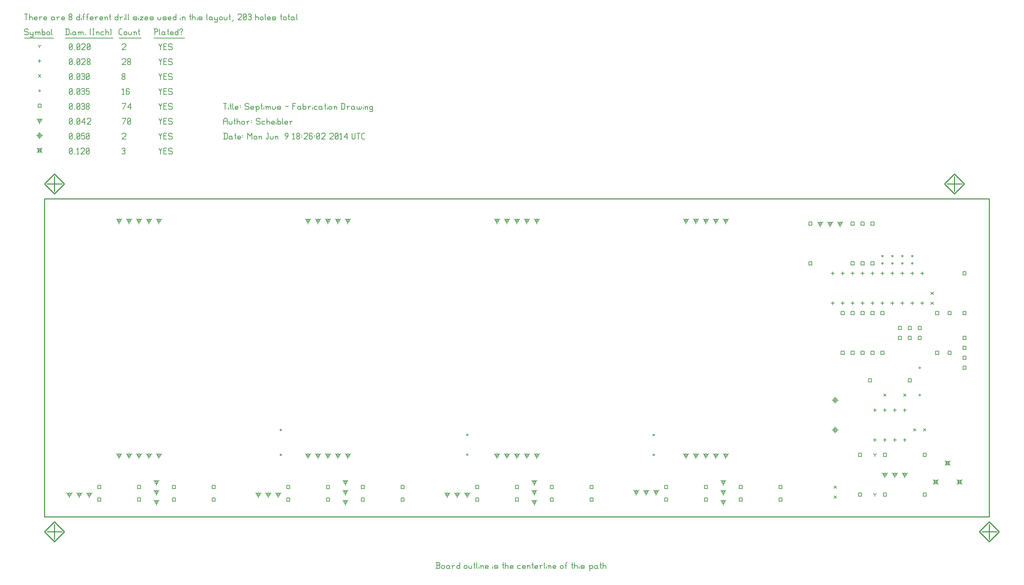
<source format=gbr>
G04 start of page 9 for group -3984 idx -3984 *
G04 Title: Septimus, fab *
G04 Creator: pcb 20140316 *
G04 CreationDate: Mon Jun  9 18:26:02 2014 UTC *
G04 For: scheibler *
G04 Format: Gerber/RS-274X *
G04 PCB-Dimensions (mil): 10000.00 4000.00 *
G04 PCB-Coordinate-Origin: lower left *
%MOIN*%
%FSLAX25Y25*%
%LNFAB*%
%ADD78C,0.0100*%
%ADD77C,0.0075*%
%ADD76C,0.0060*%
%ADD75C,0.0080*%
G54D75*X925600Y98900D02*X930400Y94100D01*
X925600D02*X930400Y98900D01*
X926400Y98100D02*X929600D01*
X926400D02*Y94900D01*
X929600D01*
Y98100D02*Y94900D01*
X937600Y79900D02*X942400Y75100D01*
X937600D02*X942400Y79900D01*
X938400Y79100D02*X941600D01*
X938400D02*Y75900D01*
X941600D01*
Y79100D02*Y75900D01*
X913600Y79900D02*X918400Y75100D01*
X913600D02*X918400Y79900D01*
X914400Y79100D02*X917600D01*
X914400D02*Y75900D01*
X917600D01*
Y79100D02*Y75900D01*
X12600Y413650D02*X17400Y408850D01*
X12600D02*X17400Y413650D01*
X13400Y412850D02*X16600D01*
X13400D02*Y409650D01*
X16600D01*
Y412850D02*Y409650D01*
G54D76*X135000Y413500D02*X136500Y410500D01*
X138000Y413500D01*
X136500Y410500D02*Y407500D01*
X139800Y410800D02*X142050D01*
X139800Y407500D02*X142800D01*
X139800Y413500D02*Y407500D01*
Y413500D02*X142800D01*
X147600D02*X148350Y412750D01*
X145350Y413500D02*X147600D01*
X144600Y412750D02*X145350Y413500D01*
X144600Y412750D02*Y411250D01*
X145350Y410500D01*
X147600D01*
X148350Y409750D01*
Y408250D01*
X147600Y407500D02*X148350Y408250D01*
X145350Y407500D02*X147600D01*
X144600Y408250D02*X145350Y407500D01*
X98000Y412750D02*X98750Y413500D01*
X100250D01*
X101000Y412750D01*
X100250Y407500D02*X101000Y408250D01*
X98750Y407500D02*X100250D01*
X98000Y408250D02*X98750Y407500D01*
Y410800D02*X100250D01*
X101000Y412750D02*Y411550D01*
Y410050D02*Y408250D01*
Y410050D02*X100250Y410800D01*
X101000Y411550D02*X100250Y410800D01*
X45000Y408250D02*X45750Y407500D01*
X45000Y412750D02*Y408250D01*
Y412750D02*X45750Y413500D01*
X47250D01*
X48000Y412750D01*
Y408250D01*
X47250Y407500D02*X48000Y408250D01*
X45750Y407500D02*X47250D01*
X45000Y409000D02*X48000Y412000D01*
X49800Y407500D02*X50550D01*
X52350Y412300D02*X53550Y413500D01*
Y407500D01*
X52350D02*X54600D01*
X56400Y412750D02*X57150Y413500D01*
X59400D01*
X60150Y412750D01*
Y411250D01*
X56400Y407500D02*X60150Y411250D01*
X56400Y407500D02*X60150D01*
X61950Y408250D02*X62700Y407500D01*
X61950Y412750D02*Y408250D01*
Y412750D02*X62700Y413500D01*
X64200D01*
X64950Y412750D01*
Y408250D01*
X64200Y407500D02*X64950Y408250D01*
X62700Y407500D02*X64200D01*
X61950Y409000D02*X64950Y412000D01*
X815000Y163200D02*Y156800D01*
X811800Y160000D02*X818200D01*
X813400Y161600D02*X816600D01*
X813400D02*Y158400D01*
X816600D01*
Y161600D02*Y158400D01*
X815000Y133200D02*Y126800D01*
X811800Y130000D02*X818200D01*
X813400Y131600D02*X816600D01*
X813400D02*Y128400D01*
X816600D01*
Y131600D02*Y128400D01*
X15000Y429450D02*Y423050D01*
X11800Y426250D02*X18200D01*
X13400Y427850D02*X16600D01*
X13400D02*Y424650D01*
X16600D01*
Y427850D02*Y424650D01*
X135000Y428500D02*X136500Y425500D01*
X138000Y428500D01*
X136500Y425500D02*Y422500D01*
X139800Y425800D02*X142050D01*
X139800Y422500D02*X142800D01*
X139800Y428500D02*Y422500D01*
Y428500D02*X142800D01*
X147600D02*X148350Y427750D01*
X145350Y428500D02*X147600D01*
X144600Y427750D02*X145350Y428500D01*
X144600Y427750D02*Y426250D01*
X145350Y425500D01*
X147600D01*
X148350Y424750D01*
Y423250D01*
X147600Y422500D02*X148350Y423250D01*
X145350Y422500D02*X147600D01*
X144600Y423250D02*X145350Y422500D01*
X98000Y427750D02*X98750Y428500D01*
X101000D01*
X101750Y427750D01*
Y426250D01*
X98000Y422500D02*X101750Y426250D01*
X98000Y422500D02*X101750D01*
X45000Y423250D02*X45750Y422500D01*
X45000Y427750D02*Y423250D01*
Y427750D02*X45750Y428500D01*
X47250D01*
X48000Y427750D01*
Y423250D01*
X47250Y422500D02*X48000Y423250D01*
X45750Y422500D02*X47250D01*
X45000Y424000D02*X48000Y427000D01*
X49800Y422500D02*X50550D01*
X52350Y423250D02*X53100Y422500D01*
X52350Y427750D02*Y423250D01*
Y427750D02*X53100Y428500D01*
X54600D01*
X55350Y427750D01*
Y423250D01*
X54600Y422500D02*X55350Y423250D01*
X53100Y422500D02*X54600D01*
X52350Y424000D02*X55350Y427000D01*
X57150Y428500D02*X60150D01*
X57150D02*Y425500D01*
X57900Y426250D01*
X59400D01*
X60150Y425500D01*
Y423250D01*
X59400Y422500D02*X60150Y423250D01*
X57900Y422500D02*X59400D01*
X57150Y423250D02*X57900Y422500D01*
X61950Y423250D02*X62700Y422500D01*
X61950Y427750D02*Y423250D01*
Y427750D02*X62700Y428500D01*
X64200D01*
X64950Y427750D01*
Y423250D01*
X64200Y422500D02*X64950Y423250D01*
X62700Y422500D02*X64200D01*
X61950Y424000D02*X64950Y427000D01*
X95000Y104400D02*Y101200D01*
Y104400D02*X97773Y106000D01*
X95000Y104400D02*X92227Y106000D01*
X93400Y104400D02*G75*G03X96600Y104400I1600J0D01*G01*
G75*G03X93400Y104400I-1600J0D01*G01*
X105000D02*Y101200D01*
Y104400D02*X107773Y106000D01*
X105000Y104400D02*X102227Y106000D01*
X103400Y104400D02*G75*G03X106600Y104400I1600J0D01*G01*
G75*G03X103400Y104400I-1600J0D01*G01*
X115000D02*Y101200D01*
Y104400D02*X117773Y106000D01*
X115000Y104400D02*X112227Y106000D01*
X113400Y104400D02*G75*G03X116600Y104400I1600J0D01*G01*
G75*G03X113400Y104400I-1600J0D01*G01*
X125000D02*Y101200D01*
Y104400D02*X127773Y106000D01*
X125000Y104400D02*X122227Y106000D01*
X123400Y104400D02*G75*G03X126600Y104400I1600J0D01*G01*
G75*G03X123400Y104400I-1600J0D01*G01*
X135000D02*Y101200D01*
Y104400D02*X137773Y106000D01*
X135000Y104400D02*X132227Y106000D01*
X133400Y104400D02*G75*G03X136600Y104400I1600J0D01*G01*
G75*G03X133400Y104400I-1600J0D01*G01*
X95000Y340600D02*Y337400D01*
Y340600D02*X97773Y342200D01*
X95000Y340600D02*X92227Y342200D01*
X93400Y340600D02*G75*G03X96600Y340600I1600J0D01*G01*
G75*G03X93400Y340600I-1600J0D01*G01*
X105000D02*Y337400D01*
Y340600D02*X107773Y342200D01*
X105000Y340600D02*X102227Y342200D01*
X103400Y340600D02*G75*G03X106600Y340600I1600J0D01*G01*
G75*G03X103400Y340600I-1600J0D01*G01*
X115000D02*Y337400D01*
Y340600D02*X117773Y342200D01*
X115000Y340600D02*X112227Y342200D01*
X113400Y340600D02*G75*G03X116600Y340600I1600J0D01*G01*
G75*G03X113400Y340600I-1600J0D01*G01*
X125000D02*Y337400D01*
Y340600D02*X127773Y342200D01*
X125000Y340600D02*X122227Y342200D01*
X123400Y340600D02*G75*G03X126600Y340600I1600J0D01*G01*
G75*G03X123400Y340600I-1600J0D01*G01*
X135000D02*Y337400D01*
Y340600D02*X137773Y342200D01*
X135000Y340600D02*X132227Y342200D01*
X133400Y340600D02*G75*G03X136600Y340600I1600J0D01*G01*
G75*G03X133400Y340600I-1600J0D01*G01*
X665000Y104400D02*Y101200D01*
Y104400D02*X667773Y106000D01*
X665000Y104400D02*X662227Y106000D01*
X663400Y104400D02*G75*G03X666600Y104400I1600J0D01*G01*
G75*G03X663400Y104400I-1600J0D01*G01*
X675000D02*Y101200D01*
Y104400D02*X677773Y106000D01*
X675000Y104400D02*X672227Y106000D01*
X673400Y104400D02*G75*G03X676600Y104400I1600J0D01*G01*
G75*G03X673400Y104400I-1600J0D01*G01*
X685000D02*Y101200D01*
Y104400D02*X687773Y106000D01*
X685000Y104400D02*X682227Y106000D01*
X683400Y104400D02*G75*G03X686600Y104400I1600J0D01*G01*
G75*G03X683400Y104400I-1600J0D01*G01*
X695000D02*Y101200D01*
Y104400D02*X697773Y106000D01*
X695000Y104400D02*X692227Y106000D01*
X693400Y104400D02*G75*G03X696600Y104400I1600J0D01*G01*
G75*G03X693400Y104400I-1600J0D01*G01*
X705000D02*Y101200D01*
Y104400D02*X707773Y106000D01*
X705000Y104400D02*X702227Y106000D01*
X703400Y104400D02*G75*G03X706600Y104400I1600J0D01*G01*
G75*G03X703400Y104400I-1600J0D01*G01*
X665000Y340600D02*Y337400D01*
Y340600D02*X667773Y342200D01*
X665000Y340600D02*X662227Y342200D01*
X663400Y340600D02*G75*G03X666600Y340600I1600J0D01*G01*
G75*G03X663400Y340600I-1600J0D01*G01*
X675000D02*Y337400D01*
Y340600D02*X677773Y342200D01*
X675000Y340600D02*X672227Y342200D01*
X673400Y340600D02*G75*G03X676600Y340600I1600J0D01*G01*
G75*G03X673400Y340600I-1600J0D01*G01*
X685000D02*Y337400D01*
Y340600D02*X687773Y342200D01*
X685000Y340600D02*X682227Y342200D01*
X683400Y340600D02*G75*G03X686600Y340600I1600J0D01*G01*
G75*G03X683400Y340600I-1600J0D01*G01*
X695000D02*Y337400D01*
Y340600D02*X697773Y342200D01*
X695000Y340600D02*X692227Y342200D01*
X693400Y340600D02*G75*G03X696600Y340600I1600J0D01*G01*
G75*G03X693400Y340600I-1600J0D01*G01*
X705000D02*Y337400D01*
Y340600D02*X707773Y342200D01*
X705000Y340600D02*X702227Y342200D01*
X703400Y340600D02*G75*G03X706600Y340600I1600J0D01*G01*
G75*G03X703400Y340600I-1600J0D01*G01*
X702500Y57500D02*Y54300D01*
Y57500D02*X705273Y59100D01*
X702500Y57500D02*X699727Y59100D01*
X700900Y57500D02*G75*G03X704100Y57500I1600J0D01*G01*
G75*G03X700900Y57500I-1600J0D01*G01*
X702500Y67500D02*Y64300D01*
Y67500D02*X705273Y69100D01*
X702500Y67500D02*X699727Y69100D01*
X700900Y67500D02*G75*G03X704100Y67500I1600J0D01*G01*
G75*G03X700900Y67500I-1600J0D01*G01*
X702500Y77500D02*Y74300D01*
Y77500D02*X705273Y79100D01*
X702500Y77500D02*X699727Y79100D01*
X700900Y77500D02*G75*G03X704100Y77500I1600J0D01*G01*
G75*G03X700900Y77500I-1600J0D01*G01*
X615000Y67500D02*Y64300D01*
Y67500D02*X617773Y69100D01*
X615000Y67500D02*X612227Y69100D01*
X613400Y67500D02*G75*G03X616600Y67500I1600J0D01*G01*
G75*G03X613400Y67500I-1600J0D01*G01*
X625000D02*Y64300D01*
Y67500D02*X627773Y69100D01*
X625000Y67500D02*X622227Y69100D01*
X623400Y67500D02*G75*G03X626600Y67500I1600J0D01*G01*
G75*G03X623400Y67500I-1600J0D01*G01*
X635000D02*Y64300D01*
Y67500D02*X637773Y69100D01*
X635000Y67500D02*X632227Y69100D01*
X633400Y67500D02*G75*G03X636600Y67500I1600J0D01*G01*
G75*G03X633400Y67500I-1600J0D01*G01*
X425000Y65000D02*Y61800D01*
Y65000D02*X427773Y66600D01*
X425000Y65000D02*X422227Y66600D01*
X423400Y65000D02*G75*G03X426600Y65000I1600J0D01*G01*
G75*G03X423400Y65000I-1600J0D01*G01*
X435000D02*Y61800D01*
Y65000D02*X437773Y66600D01*
X435000Y65000D02*X432227Y66600D01*
X433400Y65000D02*G75*G03X436600Y65000I1600J0D01*G01*
G75*G03X433400Y65000I-1600J0D01*G01*
X445000D02*Y61800D01*
Y65000D02*X447773Y66600D01*
X445000Y65000D02*X442227Y66600D01*
X443400Y65000D02*G75*G03X446600Y65000I1600J0D01*G01*
G75*G03X443400Y65000I-1600J0D01*G01*
X512500Y57500D02*Y54300D01*
Y57500D02*X515273Y59100D01*
X512500Y57500D02*X509727Y59100D01*
X510900Y57500D02*G75*G03X514100Y57500I1600J0D01*G01*
G75*G03X510900Y57500I-1600J0D01*G01*
X512500Y67500D02*Y64300D01*
Y67500D02*X515273Y69100D01*
X512500Y67500D02*X509727Y69100D01*
X510900Y67500D02*G75*G03X514100Y67500I1600J0D01*G01*
G75*G03X510900Y67500I-1600J0D01*G01*
X512500Y77500D02*Y74300D01*
Y77500D02*X515273Y79100D01*
X512500Y77500D02*X509727Y79100D01*
X510900Y77500D02*G75*G03X514100Y77500I1600J0D01*G01*
G75*G03X510900Y77500I-1600J0D01*G01*
X235000Y65000D02*Y61800D01*
Y65000D02*X237773Y66600D01*
X235000Y65000D02*X232227Y66600D01*
X233400Y65000D02*G75*G03X236600Y65000I1600J0D01*G01*
G75*G03X233400Y65000I-1600J0D01*G01*
X245000D02*Y61800D01*
Y65000D02*X247773Y66600D01*
X245000Y65000D02*X242227Y66600D01*
X243400Y65000D02*G75*G03X246600Y65000I1600J0D01*G01*
G75*G03X243400Y65000I-1600J0D01*G01*
X255000D02*Y61800D01*
Y65000D02*X257773Y66600D01*
X255000Y65000D02*X252227Y66600D01*
X253400Y65000D02*G75*G03X256600Y65000I1600J0D01*G01*
G75*G03X253400Y65000I-1600J0D01*G01*
X322500Y57500D02*Y54300D01*
Y57500D02*X325273Y59100D01*
X322500Y57500D02*X319727Y59100D01*
X320900Y57500D02*G75*G03X324100Y57500I1600J0D01*G01*
G75*G03X320900Y57500I-1600J0D01*G01*
X322500Y67500D02*Y64300D01*
Y67500D02*X325273Y69100D01*
X322500Y67500D02*X319727Y69100D01*
X320900Y67500D02*G75*G03X324100Y67500I1600J0D01*G01*
G75*G03X320900Y67500I-1600J0D01*G01*
X322500Y77500D02*Y74300D01*
Y77500D02*X325273Y79100D01*
X322500Y77500D02*X319727Y79100D01*
X320900Y77500D02*G75*G03X324100Y77500I1600J0D01*G01*
G75*G03X320900Y77500I-1600J0D01*G01*
X132500Y57500D02*Y54300D01*
Y57500D02*X135273Y59100D01*
X132500Y57500D02*X129727Y59100D01*
X130900Y57500D02*G75*G03X134100Y57500I1600J0D01*G01*
G75*G03X130900Y57500I-1600J0D01*G01*
X132500Y67500D02*Y64300D01*
Y67500D02*X135273Y69100D01*
X132500Y67500D02*X129727Y69100D01*
X130900Y67500D02*G75*G03X134100Y67500I1600J0D01*G01*
G75*G03X130900Y67500I-1600J0D01*G01*
X132500Y77500D02*Y74300D01*
Y77500D02*X135273Y79100D01*
X132500Y77500D02*X129727Y79100D01*
X130900Y77500D02*G75*G03X134100Y77500I1600J0D01*G01*
G75*G03X130900Y77500I-1600J0D01*G01*
X45000Y65000D02*Y61800D01*
Y65000D02*X47773Y66600D01*
X45000Y65000D02*X42227Y66600D01*
X43400Y65000D02*G75*G03X46600Y65000I1600J0D01*G01*
G75*G03X43400Y65000I-1600J0D01*G01*
X55000D02*Y61800D01*
Y65000D02*X57773Y66600D01*
X55000Y65000D02*X52227Y66600D01*
X53400Y65000D02*G75*G03X56600Y65000I1600J0D01*G01*
G75*G03X53400Y65000I-1600J0D01*G01*
X65000D02*Y61800D01*
Y65000D02*X67773Y66600D01*
X65000Y65000D02*X62227Y66600D01*
X63400Y65000D02*G75*G03X66600Y65000I1600J0D01*G01*
G75*G03X63400Y65000I-1600J0D01*G01*
X285000Y104400D02*Y101200D01*
Y104400D02*X287773Y106000D01*
X285000Y104400D02*X282227Y106000D01*
X283400Y104400D02*G75*G03X286600Y104400I1600J0D01*G01*
G75*G03X283400Y104400I-1600J0D01*G01*
X295000D02*Y101200D01*
Y104400D02*X297773Y106000D01*
X295000Y104400D02*X292227Y106000D01*
X293400Y104400D02*G75*G03X296600Y104400I1600J0D01*G01*
G75*G03X293400Y104400I-1600J0D01*G01*
X305000D02*Y101200D01*
Y104400D02*X307773Y106000D01*
X305000Y104400D02*X302227Y106000D01*
X303400Y104400D02*G75*G03X306600Y104400I1600J0D01*G01*
G75*G03X303400Y104400I-1600J0D01*G01*
X315000D02*Y101200D01*
Y104400D02*X317773Y106000D01*
X315000Y104400D02*X312227Y106000D01*
X313400Y104400D02*G75*G03X316600Y104400I1600J0D01*G01*
G75*G03X313400Y104400I-1600J0D01*G01*
X325000D02*Y101200D01*
Y104400D02*X327773Y106000D01*
X325000Y104400D02*X322227Y106000D01*
X323400Y104400D02*G75*G03X326600Y104400I1600J0D01*G01*
G75*G03X323400Y104400I-1600J0D01*G01*
X285000Y340600D02*Y337400D01*
Y340600D02*X287773Y342200D01*
X285000Y340600D02*X282227Y342200D01*
X283400Y340600D02*G75*G03X286600Y340600I1600J0D01*G01*
G75*G03X283400Y340600I-1600J0D01*G01*
X295000D02*Y337400D01*
Y340600D02*X297773Y342200D01*
X295000Y340600D02*X292227Y342200D01*
X293400Y340600D02*G75*G03X296600Y340600I1600J0D01*G01*
G75*G03X293400Y340600I-1600J0D01*G01*
X305000D02*Y337400D01*
Y340600D02*X307773Y342200D01*
X305000Y340600D02*X302227Y342200D01*
X303400Y340600D02*G75*G03X306600Y340600I1600J0D01*G01*
G75*G03X303400Y340600I-1600J0D01*G01*
X315000D02*Y337400D01*
Y340600D02*X317773Y342200D01*
X315000Y340600D02*X312227Y342200D01*
X313400Y340600D02*G75*G03X316600Y340600I1600J0D01*G01*
G75*G03X313400Y340600I-1600J0D01*G01*
X325000D02*Y337400D01*
Y340600D02*X327773Y342200D01*
X325000Y340600D02*X322227Y342200D01*
X323400Y340600D02*G75*G03X326600Y340600I1600J0D01*G01*
G75*G03X323400Y340600I-1600J0D01*G01*
X475000Y104400D02*Y101200D01*
Y104400D02*X477773Y106000D01*
X475000Y104400D02*X472227Y106000D01*
X473400Y104400D02*G75*G03X476600Y104400I1600J0D01*G01*
G75*G03X473400Y104400I-1600J0D01*G01*
X485000D02*Y101200D01*
Y104400D02*X487773Y106000D01*
X485000Y104400D02*X482227Y106000D01*
X483400Y104400D02*G75*G03X486600Y104400I1600J0D01*G01*
G75*G03X483400Y104400I-1600J0D01*G01*
X495000D02*Y101200D01*
Y104400D02*X497773Y106000D01*
X495000Y104400D02*X492227Y106000D01*
X493400Y104400D02*G75*G03X496600Y104400I1600J0D01*G01*
G75*G03X493400Y104400I-1600J0D01*G01*
X505000D02*Y101200D01*
Y104400D02*X507773Y106000D01*
X505000Y104400D02*X502227Y106000D01*
X503400Y104400D02*G75*G03X506600Y104400I1600J0D01*G01*
G75*G03X503400Y104400I-1600J0D01*G01*
X515000D02*Y101200D01*
Y104400D02*X517773Y106000D01*
X515000Y104400D02*X512227Y106000D01*
X513400Y104400D02*G75*G03X516600Y104400I1600J0D01*G01*
G75*G03X513400Y104400I-1600J0D01*G01*
X475000Y340600D02*Y337400D01*
Y340600D02*X477773Y342200D01*
X475000Y340600D02*X472227Y342200D01*
X473400Y340600D02*G75*G03X476600Y340600I1600J0D01*G01*
G75*G03X473400Y340600I-1600J0D01*G01*
X485000D02*Y337400D01*
Y340600D02*X487773Y342200D01*
X485000Y340600D02*X482227Y342200D01*
X483400Y340600D02*G75*G03X486600Y340600I1600J0D01*G01*
G75*G03X483400Y340600I-1600J0D01*G01*
X495000D02*Y337400D01*
Y340600D02*X497773Y342200D01*
X495000Y340600D02*X492227Y342200D01*
X493400Y340600D02*G75*G03X496600Y340600I1600J0D01*G01*
G75*G03X493400Y340600I-1600J0D01*G01*
X505000D02*Y337400D01*
Y340600D02*X507773Y342200D01*
X505000Y340600D02*X502227Y342200D01*
X503400Y340600D02*G75*G03X506600Y340600I1600J0D01*G01*
G75*G03X503400Y340600I-1600J0D01*G01*
X515000D02*Y337400D01*
Y340600D02*X517773Y342200D01*
X515000Y340600D02*X512227Y342200D01*
X513400Y340600D02*G75*G03X516600Y340600I1600J0D01*G01*
G75*G03X513400Y340600I-1600J0D01*G01*
X885000Y85000D02*Y81800D01*
Y85000D02*X887773Y86600D01*
X885000Y85000D02*X882227Y86600D01*
X883400Y85000D02*G75*G03X886600Y85000I1600J0D01*G01*
G75*G03X883400Y85000I-1600J0D01*G01*
X875000D02*Y81800D01*
Y85000D02*X877773Y86600D01*
X875000Y85000D02*X872227Y86600D01*
X873400Y85000D02*G75*G03X876600Y85000I1600J0D01*G01*
G75*G03X873400Y85000I-1600J0D01*G01*
X865000D02*Y81800D01*
Y85000D02*X867773Y86600D01*
X865000Y85000D02*X862227Y86600D01*
X863400Y85000D02*G75*G03X866600Y85000I1600J0D01*G01*
G75*G03X863400Y85000I-1600J0D01*G01*
X800000Y337500D02*Y334300D01*
Y337500D02*X802773Y339100D01*
X800000Y337500D02*X797227Y339100D01*
X798400Y337500D02*G75*G03X801600Y337500I1600J0D01*G01*
G75*G03X798400Y337500I-1600J0D01*G01*
X810000D02*Y334300D01*
Y337500D02*X812773Y339100D01*
X810000Y337500D02*X807227Y339100D01*
X808400Y337500D02*G75*G03X811600Y337500I1600J0D01*G01*
G75*G03X808400Y337500I-1600J0D01*G01*
X820000D02*Y334300D01*
Y337500D02*X822773Y339100D01*
X820000Y337500D02*X817227Y339100D01*
X818400Y337500D02*G75*G03X821600Y337500I1600J0D01*G01*
G75*G03X818400Y337500I-1600J0D01*G01*
X15000Y441250D02*Y438050D01*
Y441250D02*X17773Y442850D01*
X15000Y441250D02*X12227Y442850D01*
X13400Y441250D02*G75*G03X16600Y441250I1600J0D01*G01*
G75*G03X13400Y441250I-1600J0D01*G01*
X135000Y443500D02*X136500Y440500D01*
X138000Y443500D01*
X136500Y440500D02*Y437500D01*
X139800Y440800D02*X142050D01*
X139800Y437500D02*X142800D01*
X139800Y443500D02*Y437500D01*
Y443500D02*X142800D01*
X147600D02*X148350Y442750D01*
X145350Y443500D02*X147600D01*
X144600Y442750D02*X145350Y443500D01*
X144600Y442750D02*Y441250D01*
X145350Y440500D01*
X147600D01*
X148350Y439750D01*
Y438250D01*
X147600Y437500D02*X148350Y438250D01*
X145350Y437500D02*X147600D01*
X144600Y438250D02*X145350Y437500D01*
X98750D02*X101750Y443500D01*
X98000D02*X101750D01*
X103550Y438250D02*X104300Y437500D01*
X103550Y442750D02*Y438250D01*
Y442750D02*X104300Y443500D01*
X105800D01*
X106550Y442750D01*
Y438250D01*
X105800Y437500D02*X106550Y438250D01*
X104300Y437500D02*X105800D01*
X103550Y439000D02*X106550Y442000D01*
X45000Y438250D02*X45750Y437500D01*
X45000Y442750D02*Y438250D01*
Y442750D02*X45750Y443500D01*
X47250D01*
X48000Y442750D01*
Y438250D01*
X47250Y437500D02*X48000Y438250D01*
X45750Y437500D02*X47250D01*
X45000Y439000D02*X48000Y442000D01*
X49800Y437500D02*X50550D01*
X52350Y438250D02*X53100Y437500D01*
X52350Y442750D02*Y438250D01*
Y442750D02*X53100Y443500D01*
X54600D01*
X55350Y442750D01*
Y438250D01*
X54600Y437500D02*X55350Y438250D01*
X53100Y437500D02*X54600D01*
X52350Y439000D02*X55350Y442000D01*
X57150Y439750D02*X60150Y443500D01*
X57150Y439750D02*X60900D01*
X60150Y443500D02*Y437500D01*
X62700Y442750D02*X63450Y443500D01*
X65700D01*
X66450Y442750D01*
Y441250D01*
X62700Y437500D02*X66450Y441250D01*
X62700Y437500D02*X66450D01*
X943400Y224100D02*X946600D01*
X943400D02*Y220900D01*
X946600D01*
Y224100D02*Y220900D01*
X943400Y214100D02*X946600D01*
X943400D02*Y210900D01*
X946600D01*
Y214100D02*Y210900D01*
X943400Y204100D02*X946600D01*
X943400D02*Y200900D01*
X946600D01*
Y204100D02*Y200900D01*
X943400Y194100D02*X946600D01*
X943400D02*Y190900D01*
X946600D01*
Y194100D02*Y190900D01*
X943400Y289100D02*X946600D01*
X943400D02*Y285900D01*
X946600D01*
Y289100D02*Y285900D01*
X943400Y249100D02*X946600D01*
X943400D02*Y245900D01*
X946600D01*
Y249100D02*Y245900D01*
X683400Y61600D02*X686600D01*
X683400D02*Y58400D01*
X686600D01*
Y61600D02*Y58400D01*
X643400Y61600D02*X646600D01*
X643400D02*Y58400D01*
X646600D01*
Y61600D02*Y58400D01*
X758400Y61600D02*X761600D01*
X758400D02*Y58400D01*
X761600D01*
Y61600D02*Y58400D01*
X718400Y61600D02*X721600D01*
X718400D02*Y58400D01*
X721600D01*
Y61600D02*Y58400D01*
X758400Y74100D02*X761600D01*
X758400D02*Y70900D01*
X761600D01*
Y74100D02*Y70900D01*
X718400Y74100D02*X721600D01*
X718400D02*Y70900D01*
X721600D01*
Y74100D02*Y70900D01*
X643400Y74100D02*X646600D01*
X643400D02*Y70900D01*
X646600D01*
Y74100D02*Y70900D01*
X683400Y74100D02*X686600D01*
X683400D02*Y70900D01*
X686600D01*
Y74100D02*Y70900D01*
X568400Y61600D02*X571600D01*
X568400D02*Y58400D01*
X571600D01*
Y61600D02*Y58400D01*
X528400Y61600D02*X531600D01*
X528400D02*Y58400D01*
X531600D01*
Y61600D02*Y58400D01*
X568400Y74100D02*X571600D01*
X568400D02*Y70900D01*
X571600D01*
Y74100D02*Y70900D01*
X528400Y74100D02*X531600D01*
X528400D02*Y70900D01*
X531600D01*
Y74100D02*Y70900D01*
X493400Y61600D02*X496600D01*
X493400D02*Y58400D01*
X496600D01*
Y61600D02*Y58400D01*
X453400Y61600D02*X456600D01*
X453400D02*Y58400D01*
X456600D01*
Y61600D02*Y58400D01*
X453400Y74100D02*X456600D01*
X453400D02*Y70900D01*
X456600D01*
Y74100D02*Y70900D01*
X493400Y74100D02*X496600D01*
X493400D02*Y70900D01*
X496600D01*
Y74100D02*Y70900D01*
X378400Y61600D02*X381600D01*
X378400D02*Y58400D01*
X381600D01*
Y61600D02*Y58400D01*
X338400Y61600D02*X341600D01*
X338400D02*Y58400D01*
X341600D01*
Y61600D02*Y58400D01*
X378400Y74100D02*X381600D01*
X378400D02*Y70900D01*
X381600D01*
Y74100D02*Y70900D01*
X338400Y74100D02*X341600D01*
X338400D02*Y70900D01*
X341600D01*
Y74100D02*Y70900D01*
X303400Y61600D02*X306600D01*
X303400D02*Y58400D01*
X306600D01*
Y61600D02*Y58400D01*
X263400Y61600D02*X266600D01*
X263400D02*Y58400D01*
X266600D01*
Y61600D02*Y58400D01*
X263400Y74100D02*X266600D01*
X263400D02*Y70900D01*
X266600D01*
Y74100D02*Y70900D01*
X303400Y74100D02*X306600D01*
X303400D02*Y70900D01*
X306600D01*
Y74100D02*Y70900D01*
X113400Y61600D02*X116600D01*
X113400D02*Y58400D01*
X116600D01*
Y61600D02*Y58400D01*
X73400Y61600D02*X76600D01*
X73400D02*Y58400D01*
X76600D01*
Y61600D02*Y58400D01*
X73400Y74100D02*X76600D01*
X73400D02*Y70900D01*
X76600D01*
Y74100D02*Y70900D01*
X113400Y74100D02*X116600D01*
X113400D02*Y70900D01*
X116600D01*
Y74100D02*Y70900D01*
X188400Y74100D02*X191600D01*
X188400D02*Y70900D01*
X191600D01*
Y74100D02*Y70900D01*
X148400Y74100D02*X151600D01*
X148400D02*Y70900D01*
X151600D01*
Y74100D02*Y70900D01*
X188400Y61600D02*X191600D01*
X188400D02*Y58400D01*
X191600D01*
Y61600D02*Y58400D01*
X148400Y61600D02*X151600D01*
X148400D02*Y58400D01*
X151600D01*
Y61600D02*Y58400D01*
X848400Y181600D02*X851600D01*
X848400D02*Y178400D01*
X851600D01*
Y181600D02*Y178400D01*
X888400Y181600D02*X891600D01*
X888400D02*Y178400D01*
X891600D01*
Y181600D02*Y178400D01*
X903400Y66600D02*X906600D01*
X903400D02*Y63400D01*
X906600D01*
Y66600D02*Y63400D01*
X863400Y66600D02*X866600D01*
X863400D02*Y63400D01*
X866600D01*
Y66600D02*Y63400D01*
X903400Y106600D02*X906600D01*
X903400D02*Y103400D01*
X906600D01*
Y106600D02*Y103400D01*
X863400Y106600D02*X866600D01*
X863400D02*Y103400D01*
X866600D01*
Y106600D02*Y103400D01*
X838400Y66600D02*X841600D01*
X838400D02*Y63400D01*
X841600D01*
Y66600D02*Y63400D01*
X838400Y106600D02*X841600D01*
X838400D02*Y103400D01*
X841600D01*
Y106600D02*Y103400D01*
X928400Y209100D02*X931600D01*
X928400D02*Y205900D01*
X931600D01*
Y209100D02*Y205900D01*
X928400Y249100D02*X931600D01*
X928400D02*Y245900D01*
X931600D01*
Y249100D02*Y245900D01*
X860900Y249100D02*X864100D01*
X860900D02*Y245900D01*
X864100D01*
Y249100D02*Y245900D01*
X860900Y209100D02*X864100D01*
X860900D02*Y205900D01*
X864100D01*
Y209100D02*Y205900D01*
X850900Y249100D02*X854100D01*
X850900D02*Y245900D01*
X854100D01*
Y249100D02*Y245900D01*
X850900Y209100D02*X854100D01*
X850900D02*Y205900D01*
X854100D01*
Y209100D02*Y205900D01*
X840900Y249100D02*X844100D01*
X840900D02*Y245900D01*
X844100D01*
Y249100D02*Y245900D01*
X840900Y209100D02*X844100D01*
X840900D02*Y205900D01*
X844100D01*
Y209100D02*Y205900D01*
X830900Y249100D02*X834100D01*
X830900D02*Y245900D01*
X834100D01*
Y249100D02*Y245900D01*
X830900Y209100D02*X834100D01*
X830900D02*Y205900D01*
X834100D01*
Y209100D02*Y205900D01*
X820900Y249100D02*X824100D01*
X820900D02*Y245900D01*
X824100D01*
Y249100D02*Y245900D01*
X820900Y209100D02*X824100D01*
X820900D02*Y205900D01*
X824100D01*
Y209100D02*Y205900D01*
X830900Y339100D02*X834100D01*
X830900D02*Y335900D01*
X834100D01*
Y339100D02*Y335900D01*
X830900Y299100D02*X834100D01*
X830900D02*Y295900D01*
X834100D01*
Y299100D02*Y295900D01*
X840900Y339100D02*X844100D01*
X840900D02*Y335900D01*
X844100D01*
Y339100D02*Y335900D01*
X840900Y299100D02*X844100D01*
X840900D02*Y295900D01*
X844100D01*
Y299100D02*Y295900D01*
X850900Y339100D02*X854100D01*
X850900D02*Y335900D01*
X854100D01*
Y339100D02*Y335900D01*
X850900Y299100D02*X854100D01*
X850900D02*Y295900D01*
X854100D01*
Y299100D02*Y295900D01*
X898400Y234100D02*X901600D01*
X898400D02*Y230900D01*
X901600D01*
Y234100D02*Y230900D01*
X898400Y224100D02*X901600D01*
X898400D02*Y220900D01*
X901600D01*
Y224100D02*Y220900D01*
X888400Y234100D02*X891600D01*
X888400D02*Y230900D01*
X891600D01*
Y234100D02*Y230900D01*
X888400Y224100D02*X891600D01*
X888400D02*Y220900D01*
X891600D01*
Y224100D02*Y220900D01*
X878400Y234100D02*X881600D01*
X878400D02*Y230900D01*
X881600D01*
Y234100D02*Y230900D01*
X878400Y224100D02*X881600D01*
X878400D02*Y220900D01*
X881600D01*
Y224100D02*Y220900D01*
X788400Y339100D02*X791600D01*
X788400D02*Y335900D01*
X791600D01*
Y339100D02*Y335900D01*
X788400Y299100D02*X791600D01*
X788400D02*Y295900D01*
X791600D01*
Y299100D02*Y295900D01*
X915900Y209100D02*X919100D01*
X915900D02*Y205900D01*
X919100D01*
Y209100D02*Y205900D01*
X915900Y249100D02*X919100D01*
X915900D02*Y245900D01*
X919100D01*
Y249100D02*Y245900D01*
X13400Y457850D02*X16600D01*
X13400D02*Y454650D01*
X16600D01*
Y457850D02*Y454650D01*
X135000Y458500D02*X136500Y455500D01*
X138000Y458500D01*
X136500Y455500D02*Y452500D01*
X139800Y455800D02*X142050D01*
X139800Y452500D02*X142800D01*
X139800Y458500D02*Y452500D01*
Y458500D02*X142800D01*
X147600D02*X148350Y457750D01*
X145350Y458500D02*X147600D01*
X144600Y457750D02*X145350Y458500D01*
X144600Y457750D02*Y456250D01*
X145350Y455500D01*
X147600D01*
X148350Y454750D01*
Y453250D01*
X147600Y452500D02*X148350Y453250D01*
X145350Y452500D02*X147600D01*
X144600Y453250D02*X145350Y452500D01*
X98750D02*X101750Y458500D01*
X98000D02*X101750D01*
X103550Y454750D02*X106550Y458500D01*
X103550Y454750D02*X107300D01*
X106550Y458500D02*Y452500D01*
X45000Y453250D02*X45750Y452500D01*
X45000Y457750D02*Y453250D01*
Y457750D02*X45750Y458500D01*
X47250D01*
X48000Y457750D01*
Y453250D01*
X47250Y452500D02*X48000Y453250D01*
X45750Y452500D02*X47250D01*
X45000Y454000D02*X48000Y457000D01*
X49800Y452500D02*X50550D01*
X52350Y453250D02*X53100Y452500D01*
X52350Y457750D02*Y453250D01*
Y457750D02*X53100Y458500D01*
X54600D01*
X55350Y457750D01*
Y453250D01*
X54600Y452500D02*X55350Y453250D01*
X53100Y452500D02*X54600D01*
X52350Y454000D02*X55350Y457000D01*
X57150Y457750D02*X57900Y458500D01*
X59400D01*
X60150Y457750D01*
X59400Y452500D02*X60150Y453250D01*
X57900Y452500D02*X59400D01*
X57150Y453250D02*X57900Y452500D01*
Y455800D02*X59400D01*
X60150Y457750D02*Y456550D01*
Y455050D02*Y453250D01*
Y455050D02*X59400Y455800D01*
X60150Y456550D02*X59400Y455800D01*
X61950Y453250D02*X62700Y452500D01*
X61950Y454450D02*Y453250D01*
Y454450D02*X63000Y455500D01*
X63900D01*
X64950Y454450D01*
Y453250D01*
X64200Y452500D02*X64950Y453250D01*
X62700Y452500D02*X64200D01*
X61950Y456550D02*X63000Y455500D01*
X61950Y457750D02*Y456550D01*
Y457750D02*X62700Y458500D01*
X64200D01*
X64950Y457750D01*
Y456550D01*
X63900Y455500D02*X64950Y456550D01*
X256700Y105000D02*G75*G03X258300Y105000I800J0D01*G01*
G75*G03X256700Y105000I-800J0D01*G01*
Y130000D02*G75*G03X258300Y130000I800J0D01*G01*
G75*G03X256700Y130000I-800J0D01*G01*
X444200Y105000D02*G75*G03X445800Y105000I800J0D01*G01*
G75*G03X444200Y105000I-800J0D01*G01*
Y125000D02*G75*G03X445800Y125000I800J0D01*G01*
G75*G03X444200Y125000I-800J0D01*G01*
X631700Y105000D02*G75*G03X633300Y105000I800J0D01*G01*
G75*G03X631700Y105000I-800J0D01*G01*
Y125000D02*G75*G03X633300Y125000I800J0D01*G01*
G75*G03X631700Y125000I-800J0D01*G01*
X899200Y165000D02*G75*G03X900800Y165000I800J0D01*G01*
G75*G03X899200Y165000I-800J0D01*G01*
X861700Y297500D02*G75*G03X863300Y297500I800J0D01*G01*
G75*G03X861700Y297500I-800J0D01*G01*
X871700D02*G75*G03X873300Y297500I800J0D01*G01*
G75*G03X871700Y297500I-800J0D01*G01*
X881700D02*G75*G03X883300Y297500I800J0D01*G01*
G75*G03X881700Y297500I-800J0D01*G01*
X891700D02*G75*G03X893300Y297500I800J0D01*G01*
G75*G03X891700Y297500I-800J0D01*G01*
Y305000D02*G75*G03X893300Y305000I800J0D01*G01*
G75*G03X891700Y305000I-800J0D01*G01*
X881700D02*G75*G03X883300Y305000I800J0D01*G01*
G75*G03X881700Y305000I-800J0D01*G01*
X871700D02*G75*G03X873300Y305000I800J0D01*G01*
G75*G03X871700Y305000I-800J0D01*G01*
X861700D02*G75*G03X863300Y305000I800J0D01*G01*
G75*G03X861700Y305000I-800J0D01*G01*
X899200Y192500D02*G75*G03X900800Y192500I800J0D01*G01*
G75*G03X899200Y192500I-800J0D01*G01*
X14200Y471250D02*G75*G03X15800Y471250I800J0D01*G01*
G75*G03X14200Y471250I-800J0D01*G01*
X135000Y473500D02*X136500Y470500D01*
X138000Y473500D01*
X136500Y470500D02*Y467500D01*
X139800Y470800D02*X142050D01*
X139800Y467500D02*X142800D01*
X139800Y473500D02*Y467500D01*
Y473500D02*X142800D01*
X147600D02*X148350Y472750D01*
X145350Y473500D02*X147600D01*
X144600Y472750D02*X145350Y473500D01*
X144600Y472750D02*Y471250D01*
X145350Y470500D01*
X147600D01*
X148350Y469750D01*
Y468250D01*
X147600Y467500D02*X148350Y468250D01*
X145350Y467500D02*X147600D01*
X144600Y468250D02*X145350Y467500D01*
X98000Y472300D02*X99200Y473500D01*
Y467500D01*
X98000D02*X100250D01*
X104300Y473500D02*X105050Y472750D01*
X102800Y473500D02*X104300D01*
X102050Y472750D02*X102800Y473500D01*
X102050Y472750D02*Y468250D01*
X102800Y467500D01*
X104300Y470800D02*X105050Y470050D01*
X102050Y470800D02*X104300D01*
X102800Y467500D02*X104300D01*
X105050Y468250D01*
Y470050D02*Y468250D01*
X45000D02*X45750Y467500D01*
X45000Y472750D02*Y468250D01*
Y472750D02*X45750Y473500D01*
X47250D01*
X48000Y472750D01*
Y468250D01*
X47250Y467500D02*X48000Y468250D01*
X45750Y467500D02*X47250D01*
X45000Y469000D02*X48000Y472000D01*
X49800Y467500D02*X50550D01*
X52350Y468250D02*X53100Y467500D01*
X52350Y472750D02*Y468250D01*
Y472750D02*X53100Y473500D01*
X54600D01*
X55350Y472750D01*
Y468250D01*
X54600Y467500D02*X55350Y468250D01*
X53100Y467500D02*X54600D01*
X52350Y469000D02*X55350Y472000D01*
X57150Y472750D02*X57900Y473500D01*
X59400D01*
X60150Y472750D01*
X59400Y467500D02*X60150Y468250D01*
X57900Y467500D02*X59400D01*
X57150Y468250D02*X57900Y467500D01*
Y470800D02*X59400D01*
X60150Y472750D02*Y471550D01*
Y470050D02*Y468250D01*
Y470050D02*X59400Y470800D01*
X60150Y471550D02*X59400Y470800D01*
X61950Y473500D02*X64950D01*
X61950D02*Y470500D01*
X62700Y471250D01*
X64200D01*
X64950Y470500D01*
Y468250D01*
X64200Y467500D02*X64950Y468250D01*
X62700Y467500D02*X64200D01*
X61950Y468250D02*X62700Y467500D01*
X813800Y73700D02*X816200Y71300D01*
X813800D02*X816200Y73700D01*
X813800Y63700D02*X816200Y61300D01*
X813800D02*X816200Y63700D01*
X883800Y166200D02*X886200Y163800D01*
X883800D02*X886200Y166200D01*
X863800D02*X866200Y163800D01*
X863800D02*X866200Y166200D01*
X903800Y131200D02*X906200Y128800D01*
X903800D02*X906200Y131200D01*
X893800D02*X896200Y128800D01*
X893800D02*X896200Y131200D01*
X911300Y268700D02*X913700Y266300D01*
X911300D02*X913700Y268700D01*
X911300Y258700D02*X913700Y256300D01*
X911300D02*X913700Y258700D01*
X13800Y487450D02*X16200Y485050D01*
X13800D02*X16200Y487450D01*
X135000Y488500D02*X136500Y485500D01*
X138000Y488500D01*
X136500Y485500D02*Y482500D01*
X139800Y485800D02*X142050D01*
X139800Y482500D02*X142800D01*
X139800Y488500D02*Y482500D01*
Y488500D02*X142800D01*
X147600D02*X148350Y487750D01*
X145350Y488500D02*X147600D01*
X144600Y487750D02*X145350Y488500D01*
X144600Y487750D02*Y486250D01*
X145350Y485500D01*
X147600D01*
X148350Y484750D01*
Y483250D01*
X147600Y482500D02*X148350Y483250D01*
X145350Y482500D02*X147600D01*
X144600Y483250D02*X145350Y482500D01*
X98000Y483250D02*X98750Y482500D01*
X98000Y484450D02*Y483250D01*
Y484450D02*X99050Y485500D01*
X99950D01*
X101000Y484450D01*
Y483250D01*
X100250Y482500D02*X101000Y483250D01*
X98750Y482500D02*X100250D01*
X98000Y486550D02*X99050Y485500D01*
X98000Y487750D02*Y486550D01*
Y487750D02*X98750Y488500D01*
X100250D01*
X101000Y487750D01*
Y486550D01*
X99950Y485500D02*X101000Y486550D01*
X45000Y483250D02*X45750Y482500D01*
X45000Y487750D02*Y483250D01*
Y487750D02*X45750Y488500D01*
X47250D01*
X48000Y487750D01*
Y483250D01*
X47250Y482500D02*X48000Y483250D01*
X45750Y482500D02*X47250D01*
X45000Y484000D02*X48000Y487000D01*
X49800Y482500D02*X50550D01*
X52350Y483250D02*X53100Y482500D01*
X52350Y487750D02*Y483250D01*
Y487750D02*X53100Y488500D01*
X54600D01*
X55350Y487750D01*
Y483250D01*
X54600Y482500D02*X55350Y483250D01*
X53100Y482500D02*X54600D01*
X52350Y484000D02*X55350Y487000D01*
X57150Y487750D02*X57900Y488500D01*
X59400D01*
X60150Y487750D01*
X59400Y482500D02*X60150Y483250D01*
X57900Y482500D02*X59400D01*
X57150Y483250D02*X57900Y482500D01*
Y485800D02*X59400D01*
X60150Y487750D02*Y486550D01*
Y485050D02*Y483250D01*
Y485050D02*X59400Y485800D01*
X60150Y486550D02*X59400Y485800D01*
X61950Y483250D02*X62700Y482500D01*
X61950Y487750D02*Y483250D01*
Y487750D02*X62700Y488500D01*
X64200D01*
X64950Y487750D01*
Y483250D01*
X64200Y482500D02*X64950Y483250D01*
X62700Y482500D02*X64200D01*
X61950Y484000D02*X64950Y487000D01*
X855000Y121600D02*Y118400D01*
X853400Y120000D02*X856600D01*
X865000Y121600D02*Y118400D01*
X863400Y120000D02*X866600D01*
X875000Y121600D02*Y118400D01*
X873400Y120000D02*X876600D01*
X885000Y121600D02*Y118400D01*
X883400Y120000D02*X886600D01*
X885000Y151600D02*Y148400D01*
X883400Y150000D02*X886600D01*
X875000Y151600D02*Y148400D01*
X873400Y150000D02*X876600D01*
X865000Y151600D02*Y148400D01*
X863400Y150000D02*X866600D01*
X855000Y151600D02*Y148400D01*
X853400Y150000D02*X856600D01*
X902500Y289100D02*Y285900D01*
X900900Y287500D02*X904100D01*
X892500Y289100D02*Y285900D01*
X890900Y287500D02*X894100D01*
X882500Y289100D02*Y285900D01*
X880900Y287500D02*X884100D01*
X872500Y289100D02*Y285900D01*
X870900Y287500D02*X874100D01*
X862500Y289100D02*Y285900D01*
X860900Y287500D02*X864100D01*
X852500Y289100D02*Y285900D01*
X850900Y287500D02*X854100D01*
X842500Y289100D02*Y285900D01*
X840900Y287500D02*X844100D01*
X832500Y289100D02*Y285900D01*
X830900Y287500D02*X834100D01*
X822500Y289100D02*Y285900D01*
X820900Y287500D02*X824100D01*
X812500Y289100D02*Y285900D01*
X810900Y287500D02*X814100D01*
X812500Y259100D02*Y255900D01*
X810900Y257500D02*X814100D01*
X822500Y259100D02*Y255900D01*
X820900Y257500D02*X824100D01*
X832500Y259100D02*Y255900D01*
X830900Y257500D02*X834100D01*
X842500Y259100D02*Y255900D01*
X840900Y257500D02*X844100D01*
X852500Y259100D02*Y255900D01*
X850900Y257500D02*X854100D01*
X862500Y259100D02*Y255900D01*
X860900Y257500D02*X864100D01*
X872500Y259100D02*Y255900D01*
X870900Y257500D02*X874100D01*
X882500Y259100D02*Y255900D01*
X880900Y257500D02*X884100D01*
X892500Y259100D02*Y255900D01*
X890900Y257500D02*X894100D01*
X902500Y259100D02*Y255900D01*
X900900Y257500D02*X904100D01*
X15000Y502850D02*Y499650D01*
X13400Y501250D02*X16600D01*
X135000Y503500D02*X136500Y500500D01*
X138000Y503500D01*
X136500Y500500D02*Y497500D01*
X139800Y500800D02*X142050D01*
X139800Y497500D02*X142800D01*
X139800Y503500D02*Y497500D01*
Y503500D02*X142800D01*
X147600D02*X148350Y502750D01*
X145350Y503500D02*X147600D01*
X144600Y502750D02*X145350Y503500D01*
X144600Y502750D02*Y501250D01*
X145350Y500500D01*
X147600D01*
X148350Y499750D01*
Y498250D01*
X147600Y497500D02*X148350Y498250D01*
X145350Y497500D02*X147600D01*
X144600Y498250D02*X145350Y497500D01*
X98000Y502750D02*X98750Y503500D01*
X101000D01*
X101750Y502750D01*
Y501250D01*
X98000Y497500D02*X101750Y501250D01*
X98000Y497500D02*X101750D01*
X103550Y498250D02*X104300Y497500D01*
X103550Y499450D02*Y498250D01*
Y499450D02*X104600Y500500D01*
X105500D01*
X106550Y499450D01*
Y498250D01*
X105800Y497500D02*X106550Y498250D01*
X104300Y497500D02*X105800D01*
X103550Y501550D02*X104600Y500500D01*
X103550Y502750D02*Y501550D01*
Y502750D02*X104300Y503500D01*
X105800D01*
X106550Y502750D01*
Y501550D01*
X105500Y500500D02*X106550Y501550D01*
X45000Y498250D02*X45750Y497500D01*
X45000Y502750D02*Y498250D01*
Y502750D02*X45750Y503500D01*
X47250D01*
X48000Y502750D01*
Y498250D01*
X47250Y497500D02*X48000Y498250D01*
X45750Y497500D02*X47250D01*
X45000Y499000D02*X48000Y502000D01*
X49800Y497500D02*X50550D01*
X52350Y498250D02*X53100Y497500D01*
X52350Y502750D02*Y498250D01*
Y502750D02*X53100Y503500D01*
X54600D01*
X55350Y502750D01*
Y498250D01*
X54600Y497500D02*X55350Y498250D01*
X53100Y497500D02*X54600D01*
X52350Y499000D02*X55350Y502000D01*
X57150Y502750D02*X57900Y503500D01*
X60150D01*
X60900Y502750D01*
Y501250D01*
X57150Y497500D02*X60900Y501250D01*
X57150Y497500D02*X60900D01*
X62700Y498250D02*X63450Y497500D01*
X62700Y499450D02*Y498250D01*
Y499450D02*X63750Y500500D01*
X64650D01*
X65700Y499450D01*
Y498250D01*
X64950Y497500D02*X65700Y498250D01*
X63450Y497500D02*X64950D01*
X62700Y501550D02*X63750Y500500D01*
X62700Y502750D02*Y501550D01*
Y502750D02*X63450Y503500D01*
X64950D01*
X65700Y502750D01*
Y501550D01*
X64650Y500500D02*X65700Y501550D01*
X855000Y65000D02*Y63400D01*
Y65000D02*X856387Y65800D01*
X855000Y65000D02*X853613Y65800D01*
X855000Y105000D02*Y103400D01*
Y105000D02*X856387Y105800D01*
X855000Y105000D02*X853613Y105800D01*
X15000Y516250D02*Y514650D01*
Y516250D02*X16387Y517050D01*
X15000Y516250D02*X13613Y517050D01*
X135000Y518500D02*X136500Y515500D01*
X138000Y518500D01*
X136500Y515500D02*Y512500D01*
X139800Y515800D02*X142050D01*
X139800Y512500D02*X142800D01*
X139800Y518500D02*Y512500D01*
Y518500D02*X142800D01*
X147600D02*X148350Y517750D01*
X145350Y518500D02*X147600D01*
X144600Y517750D02*X145350Y518500D01*
X144600Y517750D02*Y516250D01*
X145350Y515500D01*
X147600D01*
X148350Y514750D01*
Y513250D01*
X147600Y512500D02*X148350Y513250D01*
X145350Y512500D02*X147600D01*
X144600Y513250D02*X145350Y512500D01*
X98000Y517750D02*X98750Y518500D01*
X101000D01*
X101750Y517750D01*
Y516250D01*
X98000Y512500D02*X101750Y516250D01*
X98000Y512500D02*X101750D01*
X45000Y513250D02*X45750Y512500D01*
X45000Y517750D02*Y513250D01*
Y517750D02*X45750Y518500D01*
X47250D01*
X48000Y517750D01*
Y513250D01*
X47250Y512500D02*X48000Y513250D01*
X45750Y512500D02*X47250D01*
X45000Y514000D02*X48000Y517000D01*
X49800Y512500D02*X50550D01*
X52350Y513250D02*X53100Y512500D01*
X52350Y517750D02*Y513250D01*
Y517750D02*X53100Y518500D01*
X54600D01*
X55350Y517750D01*
Y513250D01*
X54600Y512500D02*X55350Y513250D01*
X53100Y512500D02*X54600D01*
X52350Y514000D02*X55350Y517000D01*
X57150Y517750D02*X57900Y518500D01*
X60150D01*
X60900Y517750D01*
Y516250D01*
X57150Y512500D02*X60900Y516250D01*
X57150Y512500D02*X60900D01*
X62700Y513250D02*X63450Y512500D01*
X62700Y517750D02*Y513250D01*
Y517750D02*X63450Y518500D01*
X64950D01*
X65700Y517750D01*
Y513250D01*
X64950Y512500D02*X65700Y513250D01*
X63450Y512500D02*X64950D01*
X62700Y514000D02*X65700Y517000D01*
X3000Y533500D02*X3750Y532750D01*
X750Y533500D02*X3000D01*
X0Y532750D02*X750Y533500D01*
X0Y532750D02*Y531250D01*
X750Y530500D01*
X3000D01*
X3750Y529750D01*
Y528250D01*
X3000Y527500D02*X3750Y528250D01*
X750Y527500D02*X3000D01*
X0Y528250D02*X750Y527500D01*
X5550Y530500D02*Y528250D01*
X6300Y527500D01*
X8550Y530500D02*Y526000D01*
X7800Y525250D02*X8550Y526000D01*
X6300Y525250D02*X7800D01*
X5550Y526000D02*X6300Y525250D01*
Y527500D02*X7800D01*
X8550Y528250D01*
X11100Y529750D02*Y527500D01*
Y529750D02*X11850Y530500D01*
X12600D01*
X13350Y529750D01*
Y527500D01*
Y529750D02*X14100Y530500D01*
X14850D01*
X15600Y529750D01*
Y527500D01*
X10350Y530500D02*X11100Y529750D01*
X17400Y533500D02*Y527500D01*
Y528250D02*X18150Y527500D01*
X19650D01*
X20400Y528250D01*
Y529750D02*Y528250D01*
X19650Y530500D02*X20400Y529750D01*
X18150Y530500D02*X19650D01*
X17400Y529750D02*X18150Y530500D01*
X22200Y529750D02*Y528250D01*
Y529750D02*X22950Y530500D01*
X24450D01*
X25200Y529750D01*
Y528250D01*
X24450Y527500D02*X25200Y528250D01*
X22950Y527500D02*X24450D01*
X22200Y528250D02*X22950Y527500D01*
X27000Y533500D02*Y528250D01*
X27750Y527500D01*
X0Y524250D02*X29250D01*
X41750Y533500D02*Y527500D01*
X43700Y533500D02*X44750Y532450D01*
Y528550D01*
X43700Y527500D02*X44750Y528550D01*
X41000Y527500D02*X43700D01*
X41000Y533500D02*X43700D01*
G54D77*X46550Y532000D02*Y531850D01*
G54D76*Y529750D02*Y527500D01*
X50300Y530500D02*X51050Y529750D01*
X48800Y530500D02*X50300D01*
X48050Y529750D02*X48800Y530500D01*
X48050Y529750D02*Y528250D01*
X48800Y527500D01*
X51050Y530500D02*Y528250D01*
X51800Y527500D01*
X48800D02*X50300D01*
X51050Y528250D01*
X54350Y529750D02*Y527500D01*
Y529750D02*X55100Y530500D01*
X55850D01*
X56600Y529750D01*
Y527500D01*
Y529750D02*X57350Y530500D01*
X58100D01*
X58850Y529750D01*
Y527500D01*
X53600Y530500D02*X54350Y529750D01*
X60650Y527500D02*X61400D01*
X65900Y528250D02*X66650Y527500D01*
X65900Y532750D02*X66650Y533500D01*
X65900Y532750D02*Y528250D01*
X68450Y533500D02*X69950D01*
X69200D02*Y527500D01*
X68450D02*X69950D01*
X72500Y529750D02*Y527500D01*
Y529750D02*X73250Y530500D01*
X74000D01*
X74750Y529750D01*
Y527500D01*
X71750Y530500D02*X72500Y529750D01*
X77300Y530500D02*X79550D01*
X76550Y529750D02*X77300Y530500D01*
X76550Y529750D02*Y528250D01*
X77300Y527500D01*
X79550D01*
X81350Y533500D02*Y527500D01*
Y529750D02*X82100Y530500D01*
X83600D01*
X84350Y529750D01*
Y527500D01*
X86150Y533500D02*X86900Y532750D01*
Y528250D01*
X86150Y527500D02*X86900Y528250D01*
X41000Y524250D02*X88700D01*
X96050Y527500D02*X98000D01*
X95000Y528550D02*X96050Y527500D01*
X95000Y532450D02*Y528550D01*
Y532450D02*X96050Y533500D01*
X98000D01*
X99800Y529750D02*Y528250D01*
Y529750D02*X100550Y530500D01*
X102050D01*
X102800Y529750D01*
Y528250D01*
X102050Y527500D02*X102800Y528250D01*
X100550Y527500D02*X102050D01*
X99800Y528250D02*X100550Y527500D01*
X104600Y530500D02*Y528250D01*
X105350Y527500D01*
X106850D01*
X107600Y528250D01*
Y530500D02*Y528250D01*
X110150Y529750D02*Y527500D01*
Y529750D02*X110900Y530500D01*
X111650D01*
X112400Y529750D01*
Y527500D01*
X109400Y530500D02*X110150Y529750D01*
X114950Y533500D02*Y528250D01*
X115700Y527500D01*
X114200Y531250D02*X115700D01*
X95000Y524250D02*X117200D01*
X130750Y533500D02*Y527500D01*
X130000Y533500D02*X133000D01*
X133750Y532750D01*
Y531250D01*
X133000Y530500D02*X133750Y531250D01*
X130750Y530500D02*X133000D01*
X135550Y533500D02*Y528250D01*
X136300Y527500D01*
X140050Y530500D02*X140800Y529750D01*
X138550Y530500D02*X140050D01*
X137800Y529750D02*X138550Y530500D01*
X137800Y529750D02*Y528250D01*
X138550Y527500D01*
X140800Y530500D02*Y528250D01*
X141550Y527500D01*
X138550D02*X140050D01*
X140800Y528250D01*
X144100Y533500D02*Y528250D01*
X144850Y527500D01*
X143350Y531250D02*X144850D01*
X147100Y527500D02*X149350D01*
X146350Y528250D02*X147100Y527500D01*
X146350Y529750D02*Y528250D01*
Y529750D02*X147100Y530500D01*
X148600D01*
X149350Y529750D01*
X146350Y529000D02*X149350D01*
Y529750D02*Y529000D01*
X154150Y533500D02*Y527500D01*
X153400D02*X154150Y528250D01*
X151900Y527500D02*X153400D01*
X151150Y528250D02*X151900Y527500D01*
X151150Y529750D02*Y528250D01*
Y529750D02*X151900Y530500D01*
X153400D01*
X154150Y529750D01*
X157450Y530500D02*Y529750D01*
Y528250D02*Y527500D01*
X155950Y532750D02*Y532000D01*
Y532750D02*X156700Y533500D01*
X158200D01*
X158950Y532750D01*
Y532000D01*
X157450Y530500D02*X158950Y532000D01*
X130000Y524250D02*X160750D01*
X0Y548500D02*X3000D01*
X1500D02*Y542500D01*
X4800Y548500D02*Y542500D01*
Y544750D02*X5550Y545500D01*
X7050D01*
X7800Y544750D01*
Y542500D01*
X10350D02*X12600D01*
X9600Y543250D02*X10350Y542500D01*
X9600Y544750D02*Y543250D01*
Y544750D02*X10350Y545500D01*
X11850D01*
X12600Y544750D01*
X9600Y544000D02*X12600D01*
Y544750D02*Y544000D01*
X15150Y544750D02*Y542500D01*
Y544750D02*X15900Y545500D01*
X17400D01*
X14400D02*X15150Y544750D01*
X19950Y542500D02*X22200D01*
X19200Y543250D02*X19950Y542500D01*
X19200Y544750D02*Y543250D01*
Y544750D02*X19950Y545500D01*
X21450D01*
X22200Y544750D01*
X19200Y544000D02*X22200D01*
Y544750D02*Y544000D01*
X28950Y545500D02*X29700Y544750D01*
X27450Y545500D02*X28950D01*
X26700Y544750D02*X27450Y545500D01*
X26700Y544750D02*Y543250D01*
X27450Y542500D01*
X29700Y545500D02*Y543250D01*
X30450Y542500D01*
X27450D02*X28950D01*
X29700Y543250D01*
X33000Y544750D02*Y542500D01*
Y544750D02*X33750Y545500D01*
X35250D01*
X32250D02*X33000Y544750D01*
X37800Y542500D02*X40050D01*
X37050Y543250D02*X37800Y542500D01*
X37050Y544750D02*Y543250D01*
Y544750D02*X37800Y545500D01*
X39300D01*
X40050Y544750D01*
X37050Y544000D02*X40050D01*
Y544750D02*Y544000D01*
X44550Y543250D02*X45300Y542500D01*
X44550Y544450D02*Y543250D01*
Y544450D02*X45600Y545500D01*
X46500D01*
X47550Y544450D01*
Y543250D01*
X46800Y542500D02*X47550Y543250D01*
X45300Y542500D02*X46800D01*
X44550Y546550D02*X45600Y545500D01*
X44550Y547750D02*Y546550D01*
Y547750D02*X45300Y548500D01*
X46800D01*
X47550Y547750D01*
Y546550D01*
X46500Y545500D02*X47550Y546550D01*
X55050Y548500D02*Y542500D01*
X54300D02*X55050Y543250D01*
X52800Y542500D02*X54300D01*
X52050Y543250D02*X52800Y542500D01*
X52050Y544750D02*Y543250D01*
Y544750D02*X52800Y545500D01*
X54300D01*
X55050Y544750D01*
G54D77*X56850Y547000D02*Y546850D01*
G54D76*Y544750D02*Y542500D01*
X59100Y547750D02*Y542500D01*
Y547750D02*X59850Y548500D01*
X60600D01*
X58350Y545500D02*X59850D01*
X62850Y547750D02*Y542500D01*
Y547750D02*X63600Y548500D01*
X64350D01*
X62100Y545500D02*X63600D01*
X66600Y542500D02*X68850D01*
X65850Y543250D02*X66600Y542500D01*
X65850Y544750D02*Y543250D01*
Y544750D02*X66600Y545500D01*
X68100D01*
X68850Y544750D01*
X65850Y544000D02*X68850D01*
Y544750D02*Y544000D01*
X71400Y544750D02*Y542500D01*
Y544750D02*X72150Y545500D01*
X73650D01*
X70650D02*X71400Y544750D01*
X76200Y542500D02*X78450D01*
X75450Y543250D02*X76200Y542500D01*
X75450Y544750D02*Y543250D01*
Y544750D02*X76200Y545500D01*
X77700D01*
X78450Y544750D01*
X75450Y544000D02*X78450D01*
Y544750D02*Y544000D01*
X81000Y544750D02*Y542500D01*
Y544750D02*X81750Y545500D01*
X82500D01*
X83250Y544750D01*
Y542500D01*
X80250Y545500D02*X81000Y544750D01*
X85800Y548500D02*Y543250D01*
X86550Y542500D01*
X85050Y546250D02*X86550D01*
X93750Y548500D02*Y542500D01*
X93000D02*X93750Y543250D01*
X91500Y542500D02*X93000D01*
X90750Y543250D02*X91500Y542500D01*
X90750Y544750D02*Y543250D01*
Y544750D02*X91500Y545500D01*
X93000D01*
X93750Y544750D01*
X96300D02*Y542500D01*
Y544750D02*X97050Y545500D01*
X98550D01*
X95550D02*X96300Y544750D01*
G54D77*X100350Y547000D02*Y546850D01*
G54D76*Y544750D02*Y542500D01*
X101850Y548500D02*Y543250D01*
X102600Y542500D01*
X104100Y548500D02*Y543250D01*
X104850Y542500D01*
X109800D02*X112050D01*
X112800Y543250D01*
X112050Y544000D02*X112800Y543250D01*
X109800Y544000D02*X112050D01*
X109050Y544750D02*X109800Y544000D01*
X109050Y544750D02*X109800Y545500D01*
X112050D01*
X112800Y544750D01*
X109050Y543250D02*X109800Y542500D01*
G54D77*X114600Y547000D02*Y546850D01*
G54D76*Y544750D02*Y542500D01*
X116100Y545500D02*X119100D01*
X116100Y542500D02*X119100Y545500D01*
X116100Y542500D02*X119100D01*
X121650D02*X123900D01*
X120900Y543250D02*X121650Y542500D01*
X120900Y544750D02*Y543250D01*
Y544750D02*X121650Y545500D01*
X123150D01*
X123900Y544750D01*
X120900Y544000D02*X123900D01*
Y544750D02*Y544000D01*
X126450Y542500D02*X128700D01*
X129450Y543250D01*
X128700Y544000D02*X129450Y543250D01*
X126450Y544000D02*X128700D01*
X125700Y544750D02*X126450Y544000D01*
X125700Y544750D02*X126450Y545500D01*
X128700D01*
X129450Y544750D01*
X125700Y543250D02*X126450Y542500D01*
X133950Y545500D02*Y543250D01*
X134700Y542500D01*
X136200D01*
X136950Y543250D01*
Y545500D02*Y543250D01*
X139500Y542500D02*X141750D01*
X142500Y543250D01*
X141750Y544000D02*X142500Y543250D01*
X139500Y544000D02*X141750D01*
X138750Y544750D02*X139500Y544000D01*
X138750Y544750D02*X139500Y545500D01*
X141750D01*
X142500Y544750D01*
X138750Y543250D02*X139500Y542500D01*
X145050D02*X147300D01*
X144300Y543250D02*X145050Y542500D01*
X144300Y544750D02*Y543250D01*
Y544750D02*X145050Y545500D01*
X146550D01*
X147300Y544750D01*
X144300Y544000D02*X147300D01*
Y544750D02*Y544000D01*
X152100Y548500D02*Y542500D01*
X151350D02*X152100Y543250D01*
X149850Y542500D02*X151350D01*
X149100Y543250D02*X149850Y542500D01*
X149100Y544750D02*Y543250D01*
Y544750D02*X149850Y545500D01*
X151350D01*
X152100Y544750D01*
G54D77*X156600Y547000D02*Y546850D01*
G54D76*Y544750D02*Y542500D01*
X158850Y544750D02*Y542500D01*
Y544750D02*X159600Y545500D01*
X160350D01*
X161100Y544750D01*
Y542500D01*
X158100Y545500D02*X158850Y544750D01*
X166350Y548500D02*Y543250D01*
X167100Y542500D01*
X165600Y546250D02*X167100D01*
X168600Y548500D02*Y542500D01*
Y544750D02*X169350Y545500D01*
X170850D01*
X171600Y544750D01*
Y542500D01*
G54D77*X173400Y547000D02*Y546850D01*
G54D76*Y544750D02*Y542500D01*
X175650D02*X177900D01*
X178650Y543250D01*
X177900Y544000D02*X178650Y543250D01*
X175650Y544000D02*X177900D01*
X174900Y544750D02*X175650Y544000D01*
X174900Y544750D02*X175650Y545500D01*
X177900D01*
X178650Y544750D01*
X174900Y543250D02*X175650Y542500D01*
X183150Y548500D02*Y543250D01*
X183900Y542500D01*
X187650Y545500D02*X188400Y544750D01*
X186150Y545500D02*X187650D01*
X185400Y544750D02*X186150Y545500D01*
X185400Y544750D02*Y543250D01*
X186150Y542500D01*
X188400Y545500D02*Y543250D01*
X189150Y542500D01*
X186150D02*X187650D01*
X188400Y543250D01*
X190950Y545500D02*Y543250D01*
X191700Y542500D01*
X193950Y545500D02*Y541000D01*
X193200Y540250D02*X193950Y541000D01*
X191700Y540250D02*X193200D01*
X190950Y541000D02*X191700Y540250D01*
Y542500D02*X193200D01*
X193950Y543250D01*
X195750Y544750D02*Y543250D01*
Y544750D02*X196500Y545500D01*
X198000D01*
X198750Y544750D01*
Y543250D01*
X198000Y542500D02*X198750Y543250D01*
X196500Y542500D02*X198000D01*
X195750Y543250D02*X196500Y542500D01*
X200550Y545500D02*Y543250D01*
X201300Y542500D01*
X202800D01*
X203550Y543250D01*
Y545500D02*Y543250D01*
X206100Y548500D02*Y543250D01*
X206850Y542500D01*
X205350Y546250D02*X206850D01*
X208350Y541000D02*X209850Y542500D01*
X214350Y547750D02*X215100Y548500D01*
X217350D01*
X218100Y547750D01*
Y546250D01*
X214350Y542500D02*X218100Y546250D01*
X214350Y542500D02*X218100D01*
X219900Y543250D02*X220650Y542500D01*
X219900Y547750D02*Y543250D01*
Y547750D02*X220650Y548500D01*
X222150D01*
X222900Y547750D01*
Y543250D01*
X222150Y542500D02*X222900Y543250D01*
X220650Y542500D02*X222150D01*
X219900Y544000D02*X222900Y547000D01*
X224700Y547750D02*X225450Y548500D01*
X226950D01*
X227700Y547750D01*
X226950Y542500D02*X227700Y543250D01*
X225450Y542500D02*X226950D01*
X224700Y543250D02*X225450Y542500D01*
Y545800D02*X226950D01*
X227700Y547750D02*Y546550D01*
Y545050D02*Y543250D01*
Y545050D02*X226950Y545800D01*
X227700Y546550D02*X226950Y545800D01*
X232200Y548500D02*Y542500D01*
Y544750D02*X232950Y545500D01*
X234450D01*
X235200Y544750D01*
Y542500D01*
X237000Y544750D02*Y543250D01*
Y544750D02*X237750Y545500D01*
X239250D01*
X240000Y544750D01*
Y543250D01*
X239250Y542500D02*X240000Y543250D01*
X237750Y542500D02*X239250D01*
X237000Y543250D02*X237750Y542500D01*
X241800Y548500D02*Y543250D01*
X242550Y542500D01*
X244800D02*X247050D01*
X244050Y543250D02*X244800Y542500D01*
X244050Y544750D02*Y543250D01*
Y544750D02*X244800Y545500D01*
X246300D01*
X247050Y544750D01*
X244050Y544000D02*X247050D01*
Y544750D02*Y544000D01*
X249600Y542500D02*X251850D01*
X252600Y543250D01*
X251850Y544000D02*X252600Y543250D01*
X249600Y544000D02*X251850D01*
X248850Y544750D02*X249600Y544000D01*
X248850Y544750D02*X249600Y545500D01*
X251850D01*
X252600Y544750D01*
X248850Y543250D02*X249600Y542500D01*
X257850Y548500D02*Y543250D01*
X258600Y542500D01*
X257100Y546250D02*X258600D01*
X260100Y544750D02*Y543250D01*
Y544750D02*X260850Y545500D01*
X262350D01*
X263100Y544750D01*
Y543250D01*
X262350Y542500D02*X263100Y543250D01*
X260850Y542500D02*X262350D01*
X260100Y543250D02*X260850Y542500D01*
X265650Y548500D02*Y543250D01*
X266400Y542500D01*
X264900Y546250D02*X266400D01*
X270150Y545500D02*X270900Y544750D01*
X268650Y545500D02*X270150D01*
X267900Y544750D02*X268650Y545500D01*
X267900Y544750D02*Y543250D01*
X268650Y542500D01*
X270900Y545500D02*Y543250D01*
X271650Y542500D01*
X268650D02*X270150D01*
X270900Y543250D01*
X273450Y548500D02*Y543250D01*
X274200Y542500D01*
G54D78*X970000Y362500D02*X20000D01*
Y42500D01*
X970000D01*
Y362500D01*
X30000Y370000D02*Y385000D01*
X22500Y377500D02*X37500D01*
X20000D02*X30000Y387500D01*
X40000Y377500D01*
X30000Y367500D01*
X20000Y377500D01*
X30000Y20000D02*Y35000D01*
X22500Y27500D02*X37500D01*
X20000D02*X30000Y37500D01*
X40000Y27500D01*
X30000Y17500D01*
X20000Y27500D01*
X970000Y35000D02*Y20000D01*
X962500Y27500D02*X977500D01*
X960000D02*X970000Y37500D01*
X980000Y27500D01*
X970000Y17500D01*
X960000Y27500D01*
X935000Y370000D02*Y385000D01*
X927500Y377500D02*X942500D01*
X925000D02*X935000Y387500D01*
X945000Y377500D01*
X935000Y367500D01*
X925000Y377500D01*
G54D76*X413675Y-9500D02*X416675D01*
X417425Y-8750D01*
Y-6950D02*Y-8750D01*
X416675Y-6200D02*X417425Y-6950D01*
X414425Y-6200D02*X416675D01*
X414425Y-3500D02*Y-9500D01*
X413675Y-3500D02*X416675D01*
X417425Y-4250D01*
Y-5450D01*
X416675Y-6200D02*X417425Y-5450D01*
X419225Y-7250D02*Y-8750D01*
Y-7250D02*X419975Y-6500D01*
X421475D01*
X422225Y-7250D01*
Y-8750D01*
X421475Y-9500D02*X422225Y-8750D01*
X419975Y-9500D02*X421475D01*
X419225Y-8750D02*X419975Y-9500D01*
X426275Y-6500D02*X427025Y-7250D01*
X424775Y-6500D02*X426275D01*
X424025Y-7250D02*X424775Y-6500D01*
X424025Y-7250D02*Y-8750D01*
X424775Y-9500D01*
X427025Y-6500D02*Y-8750D01*
X427775Y-9500D01*
X424775D02*X426275D01*
X427025Y-8750D01*
X430325Y-7250D02*Y-9500D01*
Y-7250D02*X431075Y-6500D01*
X432575D01*
X429575D02*X430325Y-7250D01*
X437375Y-3500D02*Y-9500D01*
X436625D02*X437375Y-8750D01*
X435125Y-9500D02*X436625D01*
X434375Y-8750D02*X435125Y-9500D01*
X434375Y-7250D02*Y-8750D01*
Y-7250D02*X435125Y-6500D01*
X436625D01*
X437375Y-7250D01*
X441875D02*Y-8750D01*
Y-7250D02*X442625Y-6500D01*
X444125D01*
X444875Y-7250D01*
Y-8750D01*
X444125Y-9500D02*X444875Y-8750D01*
X442625Y-9500D02*X444125D01*
X441875Y-8750D02*X442625Y-9500D01*
X446675Y-6500D02*Y-8750D01*
X447425Y-9500D01*
X448925D01*
X449675Y-8750D01*
Y-6500D02*Y-8750D01*
X452225Y-3500D02*Y-8750D01*
X452975Y-9500D01*
X451475Y-5750D02*X452975D01*
X454475Y-3500D02*Y-8750D01*
X455225Y-9500D01*
G54D77*X456725Y-5000D02*Y-5150D01*
G54D76*Y-7250D02*Y-9500D01*
X458975Y-7250D02*Y-9500D01*
Y-7250D02*X459725Y-6500D01*
X460475D01*
X461225Y-7250D01*
Y-9500D01*
X458225Y-6500D02*X458975Y-7250D01*
X463775Y-9500D02*X466025D01*
X463025Y-8750D02*X463775Y-9500D01*
X463025Y-7250D02*Y-8750D01*
Y-7250D02*X463775Y-6500D01*
X465275D01*
X466025Y-7250D01*
X463025Y-8000D02*X466025D01*
Y-7250D02*Y-8000D01*
G54D77*X470525Y-5000D02*Y-5150D01*
G54D76*Y-7250D02*Y-9500D01*
X472775D02*X475025D01*
X475775Y-8750D01*
X475025Y-8000D02*X475775Y-8750D01*
X472775Y-8000D02*X475025D01*
X472025Y-7250D02*X472775Y-8000D01*
X472025Y-7250D02*X472775Y-6500D01*
X475025D01*
X475775Y-7250D01*
X472025Y-8750D02*X472775Y-9500D01*
X481025Y-3500D02*Y-8750D01*
X481775Y-9500D01*
X480275Y-5750D02*X481775D01*
X483275Y-3500D02*Y-9500D01*
Y-7250D02*X484025Y-6500D01*
X485525D01*
X486275Y-7250D01*
Y-9500D01*
X488825D02*X491075D01*
X488075Y-8750D02*X488825Y-9500D01*
X488075Y-7250D02*Y-8750D01*
Y-7250D02*X488825Y-6500D01*
X490325D01*
X491075Y-7250D01*
X488075Y-8000D02*X491075D01*
Y-7250D02*Y-8000D01*
X496325Y-6500D02*X498575D01*
X495575Y-7250D02*X496325Y-6500D01*
X495575Y-7250D02*Y-8750D01*
X496325Y-9500D01*
X498575D01*
X501125D02*X503375D01*
X500375Y-8750D02*X501125Y-9500D01*
X500375Y-7250D02*Y-8750D01*
Y-7250D02*X501125Y-6500D01*
X502625D01*
X503375Y-7250D01*
X500375Y-8000D02*X503375D01*
Y-7250D02*Y-8000D01*
X505925Y-7250D02*Y-9500D01*
Y-7250D02*X506675Y-6500D01*
X507425D01*
X508175Y-7250D01*
Y-9500D01*
X505175Y-6500D02*X505925Y-7250D01*
X510725Y-3500D02*Y-8750D01*
X511475Y-9500D01*
X509975Y-5750D02*X511475D01*
X513725Y-9500D02*X515975D01*
X512975Y-8750D02*X513725Y-9500D01*
X512975Y-7250D02*Y-8750D01*
Y-7250D02*X513725Y-6500D01*
X515225D01*
X515975Y-7250D01*
X512975Y-8000D02*X515975D01*
Y-7250D02*Y-8000D01*
X518525Y-7250D02*Y-9500D01*
Y-7250D02*X519275Y-6500D01*
X520775D01*
X517775D02*X518525Y-7250D01*
X522575Y-3500D02*Y-8750D01*
X523325Y-9500D01*
G54D77*X524825Y-5000D02*Y-5150D01*
G54D76*Y-7250D02*Y-9500D01*
X527075Y-7250D02*Y-9500D01*
Y-7250D02*X527825Y-6500D01*
X528575D01*
X529325Y-7250D01*
Y-9500D01*
X526325Y-6500D02*X527075Y-7250D01*
X531875Y-9500D02*X534125D01*
X531125Y-8750D02*X531875Y-9500D01*
X531125Y-7250D02*Y-8750D01*
Y-7250D02*X531875Y-6500D01*
X533375D01*
X534125Y-7250D01*
X531125Y-8000D02*X534125D01*
Y-7250D02*Y-8000D01*
X538625Y-7250D02*Y-8750D01*
Y-7250D02*X539375Y-6500D01*
X540875D01*
X541625Y-7250D01*
Y-8750D01*
X540875Y-9500D02*X541625Y-8750D01*
X539375Y-9500D02*X540875D01*
X538625Y-8750D02*X539375Y-9500D01*
X544175Y-4250D02*Y-9500D01*
Y-4250D02*X544925Y-3500D01*
X545675D01*
X543425Y-6500D02*X544925D01*
X550625Y-3500D02*Y-8750D01*
X551375Y-9500D01*
X549875Y-5750D02*X551375D01*
X552875Y-3500D02*Y-9500D01*
Y-7250D02*X553625Y-6500D01*
X555125D01*
X555875Y-7250D01*
Y-9500D01*
G54D77*X557675Y-5000D02*Y-5150D01*
G54D76*Y-7250D02*Y-9500D01*
X559925D02*X562175D01*
X562925Y-8750D01*
X562175Y-8000D02*X562925Y-8750D01*
X559925Y-8000D02*X562175D01*
X559175Y-7250D02*X559925Y-8000D01*
X559175Y-7250D02*X559925Y-6500D01*
X562175D01*
X562925Y-7250D01*
X559175Y-8750D02*X559925Y-9500D01*
X568175Y-7250D02*Y-11750D01*
X567425Y-6500D02*X568175Y-7250D01*
X568925Y-6500D01*
X570425D01*
X571175Y-7250D01*
Y-8750D01*
X570425Y-9500D02*X571175Y-8750D01*
X568925Y-9500D02*X570425D01*
X568175Y-8750D02*X568925Y-9500D01*
X575225Y-6500D02*X575975Y-7250D01*
X573725Y-6500D02*X575225D01*
X572975Y-7250D02*X573725Y-6500D01*
X572975Y-7250D02*Y-8750D01*
X573725Y-9500D01*
X575975Y-6500D02*Y-8750D01*
X576725Y-9500D01*
X573725D02*X575225D01*
X575975Y-8750D01*
X579275Y-3500D02*Y-8750D01*
X580025Y-9500D01*
X578525Y-5750D02*X580025D01*
X581525Y-3500D02*Y-9500D01*
Y-7250D02*X582275Y-6500D01*
X583775D01*
X584525Y-7250D01*
Y-9500D01*
X200750Y428500D02*Y422500D01*
X202700Y428500D02*X203750Y427450D01*
Y423550D01*
X202700Y422500D02*X203750Y423550D01*
X200000Y422500D02*X202700D01*
X200000Y428500D02*X202700D01*
X207800Y425500D02*X208550Y424750D01*
X206300Y425500D02*X207800D01*
X205550Y424750D02*X206300Y425500D01*
X205550Y424750D02*Y423250D01*
X206300Y422500D01*
X208550Y425500D02*Y423250D01*
X209300Y422500D01*
X206300D02*X207800D01*
X208550Y423250D01*
X211850Y428500D02*Y423250D01*
X212600Y422500D01*
X211100Y426250D02*X212600D01*
X214850Y422500D02*X217100D01*
X214100Y423250D02*X214850Y422500D01*
X214100Y424750D02*Y423250D01*
Y424750D02*X214850Y425500D01*
X216350D01*
X217100Y424750D01*
X214100Y424000D02*X217100D01*
Y424750D02*Y424000D01*
X218900Y426250D02*X219650D01*
X218900Y424750D02*X219650D01*
X224150Y428500D02*Y422500D01*
Y428500D02*X226400Y425500D01*
X228650Y428500D01*
Y422500D01*
X230450Y424750D02*Y423250D01*
Y424750D02*X231200Y425500D01*
X232700D01*
X233450Y424750D01*
Y423250D01*
X232700Y422500D02*X233450Y423250D01*
X231200Y422500D02*X232700D01*
X230450Y423250D02*X231200Y422500D01*
X236000Y424750D02*Y422500D01*
Y424750D02*X236750Y425500D01*
X237500D01*
X238250Y424750D01*
Y422500D01*
X235250Y425500D02*X236000Y424750D01*
X243800Y428500D02*X245000D01*
Y423250D01*
X244250Y422500D02*X245000Y423250D01*
X243500Y422500D02*X244250D01*
X242750Y423250D02*X243500Y422500D01*
X242750Y424000D02*Y423250D01*
X246800Y425500D02*Y423250D01*
X247550Y422500D01*
X249050D01*
X249800Y423250D01*
Y425500D02*Y423250D01*
X252350Y424750D02*Y422500D01*
Y424750D02*X253100Y425500D01*
X253850D01*
X254600Y424750D01*
Y422500D01*
X251600Y425500D02*X252350Y424750D01*
X262550Y422500D02*X264800Y425500D01*
Y427750D02*Y425500D01*
X264050Y428500D02*X264800Y427750D01*
X262550Y428500D02*X264050D01*
X261800Y427750D02*X262550Y428500D01*
X261800Y427750D02*Y426250D01*
X262550Y425500D01*
X264800D01*
X269300Y427300D02*X270500Y428500D01*
Y422500D01*
X269300D02*X271550D01*
X273350Y423250D02*X274100Y422500D01*
X273350Y424450D02*Y423250D01*
Y424450D02*X274400Y425500D01*
X275300D01*
X276350Y424450D01*
Y423250D01*
X275600Y422500D02*X276350Y423250D01*
X274100Y422500D02*X275600D01*
X273350Y426550D02*X274400Y425500D01*
X273350Y427750D02*Y426550D01*
Y427750D02*X274100Y428500D01*
X275600D01*
X276350Y427750D01*
Y426550D01*
X275300Y425500D02*X276350Y426550D01*
X278150Y426250D02*X278900D01*
X278150Y424750D02*X278900D01*
X280700Y427750D02*X281450Y428500D01*
X283700D01*
X284450Y427750D01*
Y426250D01*
X280700Y422500D02*X284450Y426250D01*
X280700Y422500D02*X284450D01*
X288500Y428500D02*X289250Y427750D01*
X287000Y428500D02*X288500D01*
X286250Y427750D02*X287000Y428500D01*
X286250Y427750D02*Y423250D01*
X287000Y422500D01*
X288500Y425800D02*X289250Y425050D01*
X286250Y425800D02*X288500D01*
X287000Y422500D02*X288500D01*
X289250Y423250D01*
Y425050D02*Y423250D01*
X291050Y426250D02*X291800D01*
X291050Y424750D02*X291800D01*
X293600Y423250D02*X294350Y422500D01*
X293600Y427750D02*Y423250D01*
Y427750D02*X294350Y428500D01*
X295850D01*
X296600Y427750D01*
Y423250D01*
X295850Y422500D02*X296600Y423250D01*
X294350Y422500D02*X295850D01*
X293600Y424000D02*X296600Y427000D01*
X298400Y427750D02*X299150Y428500D01*
X301400D01*
X302150Y427750D01*
Y426250D01*
X298400Y422500D02*X302150Y426250D01*
X298400Y422500D02*X302150D01*
X306650Y427750D02*X307400Y428500D01*
X309650D01*
X310400Y427750D01*
Y426250D01*
X306650Y422500D02*X310400Y426250D01*
X306650Y422500D02*X310400D01*
X312200Y423250D02*X312950Y422500D01*
X312200Y427750D02*Y423250D01*
Y427750D02*X312950Y428500D01*
X314450D01*
X315200Y427750D01*
Y423250D01*
X314450Y422500D02*X315200Y423250D01*
X312950Y422500D02*X314450D01*
X312200Y424000D02*X315200Y427000D01*
X317000Y427300D02*X318200Y428500D01*
Y422500D01*
X317000D02*X319250D01*
X321050Y424750D02*X324050Y428500D01*
X321050Y424750D02*X324800D01*
X324050Y428500D02*Y422500D01*
X329300Y428500D02*Y423250D01*
X330050Y422500D01*
X331550D01*
X332300Y423250D01*
Y428500D02*Y423250D01*
X334100Y428500D02*X337100D01*
X335600D02*Y422500D01*
X339950D02*X341900D01*
X338900Y423550D02*X339950Y422500D01*
X338900Y427450D02*Y423550D01*
Y427450D02*X339950Y428500D01*
X341900D01*
X200000Y442000D02*Y437500D01*
Y442000D02*X201050Y443500D01*
X202700D01*
X203750Y442000D01*
Y437500D01*
X200000Y440500D02*X203750D01*
X205550D02*Y438250D01*
X206300Y437500D01*
X207800D01*
X208550Y438250D01*
Y440500D02*Y438250D01*
X211100Y443500D02*Y438250D01*
X211850Y437500D01*
X210350Y441250D02*X211850D01*
X213350Y443500D02*Y437500D01*
Y439750D02*X214100Y440500D01*
X215600D01*
X216350Y439750D01*
Y437500D01*
X218150Y439750D02*Y438250D01*
Y439750D02*X218900Y440500D01*
X220400D01*
X221150Y439750D01*
Y438250D01*
X220400Y437500D02*X221150Y438250D01*
X218900Y437500D02*X220400D01*
X218150Y438250D02*X218900Y437500D01*
X223700Y439750D02*Y437500D01*
Y439750D02*X224450Y440500D01*
X225950D01*
X222950D02*X223700Y439750D01*
X227750Y441250D02*X228500D01*
X227750Y439750D02*X228500D01*
X236000Y443500D02*X236750Y442750D01*
X233750Y443500D02*X236000D01*
X233000Y442750D02*X233750Y443500D01*
X233000Y442750D02*Y441250D01*
X233750Y440500D01*
X236000D01*
X236750Y439750D01*
Y438250D01*
X236000Y437500D02*X236750Y438250D01*
X233750Y437500D02*X236000D01*
X233000Y438250D02*X233750Y437500D01*
X239300Y440500D02*X241550D01*
X238550Y439750D02*X239300Y440500D01*
X238550Y439750D02*Y438250D01*
X239300Y437500D01*
X241550D01*
X243350Y443500D02*Y437500D01*
Y439750D02*X244100Y440500D01*
X245600D01*
X246350Y439750D01*
Y437500D01*
X248900D02*X251150D01*
X248150Y438250D02*X248900Y437500D01*
X248150Y439750D02*Y438250D01*
Y439750D02*X248900Y440500D01*
X250400D01*
X251150Y439750D01*
X248150Y439000D02*X251150D01*
Y439750D02*Y439000D01*
G54D77*X252950Y442000D02*Y441850D01*
G54D76*Y439750D02*Y437500D01*
X254450Y443500D02*Y437500D01*
Y438250D02*X255200Y437500D01*
X256700D01*
X257450Y438250D01*
Y439750D02*Y438250D01*
X256700Y440500D02*X257450Y439750D01*
X255200Y440500D02*X256700D01*
X254450Y439750D02*X255200Y440500D01*
X259250Y443500D02*Y438250D01*
X260000Y437500D01*
X262250D02*X264500D01*
X261500Y438250D02*X262250Y437500D01*
X261500Y439750D02*Y438250D01*
Y439750D02*X262250Y440500D01*
X263750D01*
X264500Y439750D01*
X261500Y439000D02*X264500D01*
Y439750D02*Y439000D01*
X267050Y439750D02*Y437500D01*
Y439750D02*X267800Y440500D01*
X269300D01*
X266300D02*X267050Y439750D01*
X200000Y458500D02*X203000D01*
X201500D02*Y452500D01*
G54D77*X204800Y457000D02*Y456850D01*
G54D76*Y454750D02*Y452500D01*
X207050Y458500D02*Y453250D01*
X207800Y452500D01*
X206300Y456250D02*X207800D01*
X209300Y458500D02*Y453250D01*
X210050Y452500D01*
X212300D02*X214550D01*
X211550Y453250D02*X212300Y452500D01*
X211550Y454750D02*Y453250D01*
Y454750D02*X212300Y455500D01*
X213800D01*
X214550Y454750D01*
X211550Y454000D02*X214550D01*
Y454750D02*Y454000D01*
X216350Y456250D02*X217100D01*
X216350Y454750D02*X217100D01*
X224600Y458500D02*X225350Y457750D01*
X222350Y458500D02*X224600D01*
X221600Y457750D02*X222350Y458500D01*
X221600Y457750D02*Y456250D01*
X222350Y455500D01*
X224600D01*
X225350Y454750D01*
Y453250D01*
X224600Y452500D02*X225350Y453250D01*
X222350Y452500D02*X224600D01*
X221600Y453250D02*X222350Y452500D01*
X227900D02*X230150D01*
X227150Y453250D02*X227900Y452500D01*
X227150Y454750D02*Y453250D01*
Y454750D02*X227900Y455500D01*
X229400D01*
X230150Y454750D01*
X227150Y454000D02*X230150D01*
Y454750D02*Y454000D01*
X232700Y454750D02*Y450250D01*
X231950Y455500D02*X232700Y454750D01*
X233450Y455500D01*
X234950D01*
X235700Y454750D01*
Y453250D01*
X234950Y452500D02*X235700Y453250D01*
X233450Y452500D02*X234950D01*
X232700Y453250D02*X233450Y452500D01*
X238250Y458500D02*Y453250D01*
X239000Y452500D01*
X237500Y456250D02*X239000D01*
G54D77*X240500Y457000D02*Y456850D01*
G54D76*Y454750D02*Y452500D01*
X242750Y454750D02*Y452500D01*
Y454750D02*X243500Y455500D01*
X244250D01*
X245000Y454750D01*
Y452500D01*
Y454750D02*X245750Y455500D01*
X246500D01*
X247250Y454750D01*
Y452500D01*
X242000Y455500D02*X242750Y454750D01*
X249050Y455500D02*Y453250D01*
X249800Y452500D01*
X251300D01*
X252050Y453250D01*
Y455500D02*Y453250D01*
X254600Y452500D02*X256850D01*
X257600Y453250D01*
X256850Y454000D02*X257600Y453250D01*
X254600Y454000D02*X256850D01*
X253850Y454750D02*X254600Y454000D01*
X253850Y454750D02*X254600Y455500D01*
X256850D01*
X257600Y454750D01*
X253850Y453250D02*X254600Y452500D01*
X262100Y455500D02*X265100D01*
X269600Y458500D02*Y452500D01*
Y458500D02*X272600D01*
X269600Y455800D02*X271850D01*
X276650Y455500D02*X277400Y454750D01*
X275150Y455500D02*X276650D01*
X274400Y454750D02*X275150Y455500D01*
X274400Y454750D02*Y453250D01*
X275150Y452500D01*
X277400Y455500D02*Y453250D01*
X278150Y452500D01*
X275150D02*X276650D01*
X277400Y453250D01*
X279950Y458500D02*Y452500D01*
Y453250D02*X280700Y452500D01*
X282200D01*
X282950Y453250D01*
Y454750D02*Y453250D01*
X282200Y455500D02*X282950Y454750D01*
X280700Y455500D02*X282200D01*
X279950Y454750D02*X280700Y455500D01*
X285500Y454750D02*Y452500D01*
Y454750D02*X286250Y455500D01*
X287750D01*
X284750D02*X285500Y454750D01*
G54D77*X289550Y457000D02*Y456850D01*
G54D76*Y454750D02*Y452500D01*
X291800Y455500D02*X294050D01*
X291050Y454750D02*X291800Y455500D01*
X291050Y454750D02*Y453250D01*
X291800Y452500D01*
X294050D01*
X298100Y455500D02*X298850Y454750D01*
X296600Y455500D02*X298100D01*
X295850Y454750D02*X296600Y455500D01*
X295850Y454750D02*Y453250D01*
X296600Y452500D01*
X298850Y455500D02*Y453250D01*
X299600Y452500D01*
X296600D02*X298100D01*
X298850Y453250D01*
X302150Y458500D02*Y453250D01*
X302900Y452500D01*
X301400Y456250D02*X302900D01*
G54D77*X304400Y457000D02*Y456850D01*
G54D76*Y454750D02*Y452500D01*
X305900Y454750D02*Y453250D01*
Y454750D02*X306650Y455500D01*
X308150D01*
X308900Y454750D01*
Y453250D01*
X308150Y452500D02*X308900Y453250D01*
X306650Y452500D02*X308150D01*
X305900Y453250D02*X306650Y452500D01*
X311450Y454750D02*Y452500D01*
Y454750D02*X312200Y455500D01*
X312950D01*
X313700Y454750D01*
Y452500D01*
X310700Y455500D02*X311450Y454750D01*
X318950Y458500D02*Y452500D01*
X320900Y458500D02*X321950Y457450D01*
Y453550D01*
X320900Y452500D02*X321950Y453550D01*
X318200Y452500D02*X320900D01*
X318200Y458500D02*X320900D01*
X324500Y454750D02*Y452500D01*
Y454750D02*X325250Y455500D01*
X326750D01*
X323750D02*X324500Y454750D01*
X330800Y455500D02*X331550Y454750D01*
X329300Y455500D02*X330800D01*
X328550Y454750D02*X329300Y455500D01*
X328550Y454750D02*Y453250D01*
X329300Y452500D01*
X331550Y455500D02*Y453250D01*
X332300Y452500D01*
X329300D02*X330800D01*
X331550Y453250D01*
X334100Y455500D02*Y453250D01*
X334850Y452500D01*
X335600D01*
X336350Y453250D01*
Y455500D02*Y453250D01*
X337100Y452500D01*
X337850D01*
X338600Y453250D01*
Y455500D02*Y453250D01*
G54D77*X340400Y457000D02*Y456850D01*
G54D76*Y454750D02*Y452500D01*
X342650Y454750D02*Y452500D01*
Y454750D02*X343400Y455500D01*
X344150D01*
X344900Y454750D01*
Y452500D01*
X341900Y455500D02*X342650Y454750D01*
X348950Y455500D02*X349700Y454750D01*
X347450Y455500D02*X348950D01*
X346700Y454750D02*X347450Y455500D01*
X346700Y454750D02*Y453250D01*
X347450Y452500D01*
X348950D01*
X349700Y453250D01*
X346700Y451000D02*X347450Y450250D01*
X348950D01*
X349700Y451000D01*
Y455500D02*Y451000D01*
M02*

</source>
